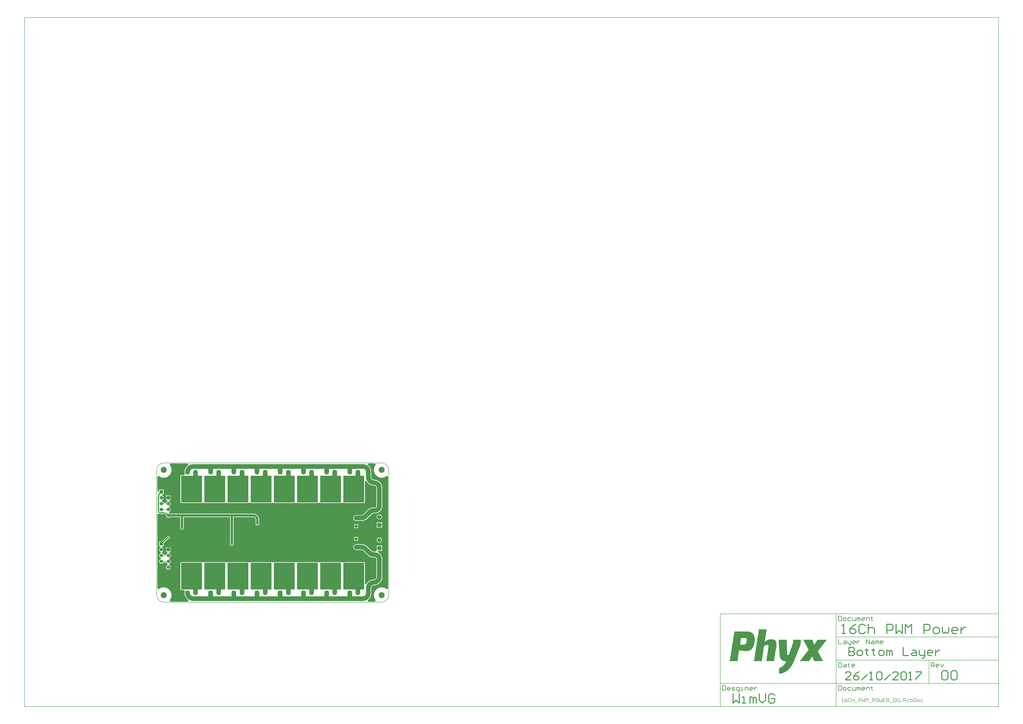
<source format=gbl>
G04 Layer_Physical_Order=2*
G04 Layer_Color=33789*
%FSLAX25Y25*%
%MOIN*%
G70*
G01*
G75*
%ADD10C,0.07874*%
%ADD11C,0.00787*%
%ADD13C,0.01575*%
%ADD14C,0.01968*%
%ADD22R,0.35433X0.45276*%
%ADD23C,0.00984*%
%ADD24C,0.10236*%
%ADD25R,0.07087X0.07087*%
%ADD26C,0.07087*%
%ADD27R,0.04921X0.04921*%
G04:AMPARAMS|DCode=28|XSize=49.21mil|YSize=49.21mil|CornerRadius=12.3mil|HoleSize=0mil|Usage=FLASHONLY|Rotation=270.000|XOffset=0mil|YOffset=0mil|HoleType=Round|Shape=RoundedRectangle|*
%AMROUNDEDRECTD28*
21,1,0.04921,0.02461,0,0,270.0*
21,1,0.02461,0.04921,0,0,270.0*
1,1,0.02461,-0.01230,-0.01230*
1,1,0.02461,-0.01230,0.01230*
1,1,0.02461,0.01230,0.01230*
1,1,0.02461,0.01230,-0.01230*
%
%ADD28ROUNDEDRECTD28*%
%ADD29R,0.07087X0.07087*%
%ADD30R,0.05905X0.05905*%
%ADD31C,0.05905*%
%ADD32C,0.02756*%
%ADD33C,0.03937*%
G36*
X371758Y232855D02*
X371187Y232186D01*
X370102Y230416D01*
X369307Y228498D01*
X368823Y226479D01*
X368660Y224410D01*
X368823Y222340D01*
X369307Y220321D01*
X370102Y218403D01*
X371187Y216633D01*
X372535Y215055D01*
X374113Y213706D01*
X375884Y212622D01*
X377801Y211827D01*
X379820Y211343D01*
X381890Y211180D01*
X383959Y211343D01*
X385978Y211827D01*
X387896Y212622D01*
X389666Y213706D01*
X390335Y214278D01*
X392697Y213189D01*
Y23032D01*
X390335Y21943D01*
X389666Y22514D01*
X387896Y23599D01*
X385978Y24393D01*
X383959Y24878D01*
X381890Y25041D01*
X379820Y24878D01*
X377801Y24393D01*
X375884Y23599D01*
X374113Y22514D01*
X372535Y21166D01*
X371187Y19587D01*
X370102Y17817D01*
X369307Y15899D01*
X368823Y13881D01*
X368660Y11811D01*
X368823Y9741D01*
X369307Y7723D01*
X370102Y5805D01*
X371187Y4035D01*
X371758Y3366D01*
X370669Y1003D01*
X358832D01*
X358166Y3366D01*
X358518Y3581D01*
X360167Y4990D01*
X361576Y6639D01*
X362709Y8489D01*
X363539Y10492D01*
X364017Y12484D01*
X364046Y12601D01*
X364216Y14764D01*
X364216D01*
Y24114D01*
X364201Y24229D01*
X364336Y25257D01*
X364777Y26323D01*
X365479Y27237D01*
X366394Y27939D01*
X366461Y27967D01*
X368602Y28499D01*
Y28499D01*
X370842Y28675D01*
X373026Y29200D01*
X375102Y30059D01*
X377017Y31233D01*
X378725Y32692D01*
X380184Y34400D01*
X381358Y36316D01*
X382218Y38391D01*
X382742Y40576D01*
X382918Y42815D01*
X382916D01*
Y52165D01*
Y65945D01*
Y72835D01*
X382909Y72889D01*
X382756Y74842D01*
X382285Y76801D01*
X381515Y78662D01*
X380462Y80379D01*
X379154Y81910D01*
X377623Y83218D01*
X376113Y84144D01*
X375303Y86171D01*
X375303Y86171D01*
X375303Y86171D01*
D01*
X375470Y87008D01*
X375534Y87008D01*
X375534Y87008D01*
X375534Y87008D01*
X377461D01*
Y91043D01*
X373425D01*
Y87876D01*
X373425D01*
X373073Y87064D01*
X371192Y85903D01*
X370079Y85672D01*
Y85672D01*
X367768Y85796D01*
X366408Y86103D01*
X364754Y87147D01*
X363084Y88818D01*
X357817Y94085D01*
X357819Y94087D01*
X356033Y95613D01*
X354031Y96840D01*
X351861Y97739D01*
X349577Y98287D01*
X347236Y98471D01*
Y98468D01*
X338583D01*
X337298Y98299D01*
X336101Y97803D01*
X335073Y97014D01*
X334284Y95986D01*
X333788Y94789D01*
X333619Y93504D01*
X333788Y92219D01*
X334284Y91022D01*
X335073Y89994D01*
X336101Y89205D01*
X337298Y88709D01*
X338583Y88540D01*
X347236D01*
X347372Y88558D01*
X348549Y88403D01*
X349772Y87897D01*
X350713Y87174D01*
X350797Y87065D01*
X356064Y81798D01*
X357732Y80125D01*
X357732Y80125D01*
X359518Y78600D01*
X361520Y77373D01*
X363690Y76474D01*
X365974Y75925D01*
X367727Y75788D01*
X368315Y75741D01*
X370198Y75697D01*
X372107Y74937D01*
X372149Y74905D01*
X372614Y74299D01*
X372907Y73592D01*
X372998Y72901D01*
X372989Y72835D01*
Y65945D01*
Y52165D01*
Y42815D01*
X373004Y42700D01*
X372869Y41672D01*
X372428Y40606D01*
X371726Y39692D01*
X370811Y38990D01*
X370744Y38962D01*
X368602Y38430D01*
Y38430D01*
X366363Y38254D01*
X364178Y37729D01*
X362103Y36870D01*
X360188Y35696D01*
X358480Y34237D01*
X357021Y32529D01*
X355847Y30613D01*
X355728Y30326D01*
X353366Y30796D01*
Y66929D01*
X353289Y67313D01*
X353072Y67639D01*
X352746Y67856D01*
X352362Y67933D01*
X316929D01*
X316545Y67856D01*
X316219Y67639D01*
X315080Y67477D01*
X314842D01*
X313702Y67639D01*
X313376Y67856D01*
X312992Y67933D01*
X277559D01*
X277175Y67856D01*
X276850Y67639D01*
X275710Y67477D01*
X275471D01*
X274332Y67639D01*
X274006Y67856D01*
X273622Y67933D01*
X238189D01*
X237805Y67856D01*
X237479Y67639D01*
X236339Y67477D01*
X236101D01*
X234962Y67639D01*
X234636Y67856D01*
X234252Y67933D01*
X198819D01*
X198435Y67856D01*
X198109Y67639D01*
X196969Y67477D01*
X196731D01*
X195591Y67639D01*
X195266Y67856D01*
X194882Y67933D01*
X159449D01*
X159065Y67856D01*
X158739Y67639D01*
X157599Y67477D01*
X157361D01*
X156221Y67639D01*
X155896Y67856D01*
X155512Y67933D01*
X120079D01*
X119695Y67856D01*
X119369Y67639D01*
X118229Y67477D01*
X117991D01*
X116851Y67639D01*
X116526Y67856D01*
X116142Y67933D01*
X80709D01*
X80325Y67856D01*
X79999Y67639D01*
X78859Y67477D01*
X78621D01*
X77481Y67639D01*
X77156Y67856D01*
X76772Y67933D01*
X41339D01*
X40955Y67856D01*
X40629Y67639D01*
X40411Y67313D01*
X40335Y66929D01*
Y21654D01*
X40411Y21270D01*
X40629Y20944D01*
X40955Y20726D01*
X41339Y20650D01*
X45431D01*
X47638Y20276D01*
Y17677D01*
X47371Y17033D01*
X47202Y15748D01*
X47199D01*
X47381Y13431D01*
X47638Y12361D01*
Y11220D01*
X47912D01*
X47923Y11172D01*
X48813Y9025D01*
X50027Y7043D01*
X51536Y5276D01*
X53303Y3767D01*
X53958Y3366D01*
X53292Y1003D01*
X23032D01*
X21943Y3366D01*
X22514Y4035D01*
X23599Y5805D01*
X24393Y7723D01*
X24878Y9741D01*
X25041Y11811D01*
X24878Y13881D01*
X24393Y15899D01*
X23599Y17817D01*
X22514Y19587D01*
X21166Y21166D01*
X19587Y22514D01*
X17817Y23599D01*
X15899Y24393D01*
X13881Y24878D01*
X11811Y25041D01*
X9741Y24878D01*
X7723Y24393D01*
X5805Y23599D01*
X4035Y22514D01*
X3366Y21943D01*
X1003Y23032D01*
Y149088D01*
X3366Y150253D01*
X3384Y150239D01*
X4600Y149735D01*
X5906Y149563D01*
Y149568D01*
X11134D01*
X11225Y149586D01*
X12698Y149441D01*
X14203Y148984D01*
X15589Y148243D01*
X15830Y148046D01*
X15714Y147165D01*
X15849Y146138D01*
X16246Y145180D01*
X16877Y144357D01*
X17699Y143726D01*
X18657Y143330D01*
X19685Y143194D01*
X20713Y143330D01*
X21670Y143726D01*
X22271Y144187D01*
X39935D01*
Y141732D01*
Y125985D01*
X40036Y125214D01*
X40334Y124495D01*
X40807Y123879D01*
X41424Y123405D01*
X42142Y123108D01*
X42913Y123006D01*
X43684Y123108D01*
X44402Y123405D01*
X45019Y123879D01*
X45492Y124495D01*
X45790Y125214D01*
X45891Y125985D01*
Y141732D01*
Y144187D01*
X124384D01*
Y137795D01*
Y129921D01*
Y122047D01*
Y114173D01*
Y106299D01*
Y98425D01*
X124485Y97654D01*
X124783Y96936D01*
X125256Y96319D01*
X125873Y95846D01*
X126591Y95548D01*
X127362Y95447D01*
X128133Y95548D01*
X128851Y95846D01*
X129468Y96319D01*
X129941Y96936D01*
X130239Y97654D01*
X130340Y98425D01*
Y106299D01*
Y114173D01*
Y122047D01*
Y129921D01*
Y137795D01*
Y144187D01*
X163819D01*
X163858Y144192D01*
X164875Y144059D01*
X165859Y143651D01*
X166703Y143003D01*
X167352Y142158D01*
X167759Y141174D01*
X167893Y140157D01*
X167888Y140118D01*
Y136614D01*
Y133071D01*
X167989Y132300D01*
X168287Y131582D01*
X168760Y130965D01*
X169377Y130492D01*
X170095Y130194D01*
X170866Y130093D01*
X171637Y130194D01*
X172355Y130492D01*
X172972Y130965D01*
X173445Y131582D01*
X173743Y132300D01*
X173844Y133071D01*
Y136614D01*
Y140118D01*
X173867D01*
X173674Y142078D01*
X173585Y142373D01*
X173102Y143964D01*
X172174Y145701D01*
X170924Y147223D01*
X169402Y148473D01*
X167664Y149402D01*
X166074Y149884D01*
X165779Y149973D01*
X163819Y150166D01*
Y150144D01*
X22271D01*
X21670Y150604D01*
X20713Y151001D01*
Y153330D01*
X21670Y153726D01*
X22493Y154357D01*
X23124Y155180D01*
X23521Y156138D01*
X23656Y157165D01*
X23521Y158193D01*
X23124Y159151D01*
X22493Y159973D01*
X21670Y160604D01*
X20713Y161001D01*
Y163330D01*
X21670Y163726D01*
X22493Y164357D01*
X23124Y165180D01*
X23521Y166138D01*
X23656Y167165D01*
X23521Y168193D01*
X23124Y169151D01*
X22493Y169973D01*
X21670Y170604D01*
X20861Y170940D01*
X20713Y171001D01*
X20896Y171807D01*
X20896D01*
X20896Y171807D01*
X22670Y173228D01*
X23622D01*
Y176673D01*
X19685D01*
X15748D01*
Y173228D01*
X16700D01*
X18474Y171807D01*
X18474Y171807D01*
X18474D01*
X18657Y171001D01*
X18509Y170940D01*
X17699Y170604D01*
X16877Y169973D01*
X16246Y169151D01*
X16006Y168570D01*
X11553D01*
X11313Y169151D01*
X10682Y169973D01*
X9860Y170604D01*
X8902Y171001D01*
Y173330D01*
X9860Y173726D01*
X10682Y174357D01*
X11313Y175180D01*
X11710Y176138D01*
X11780Y176673D01*
X7874D01*
Y177657D01*
X11780D01*
X11710Y178193D01*
X11313Y179151D01*
X10682Y179973D01*
X9860Y180604D01*
X8902Y181001D01*
X9409Y183228D01*
X11811D01*
Y191102D01*
X3937D01*
Y187680D01*
X3366Y187238D01*
X1003Y188397D01*
Y213189D01*
X3366Y214278D01*
X4035Y213706D01*
X5805Y212622D01*
X7723Y211827D01*
X9741Y211343D01*
X11811Y211180D01*
X13881Y211343D01*
X15899Y211827D01*
X17817Y212622D01*
X19587Y213706D01*
X21166Y215055D01*
X22514Y216633D01*
X23599Y218403D01*
X24393Y220321D01*
X24878Y222340D01*
X25041Y224410D01*
X24878Y226479D01*
X24393Y228498D01*
X23599Y230416D01*
X22514Y232186D01*
X21943Y232855D01*
X23032Y235217D01*
X53292D01*
X53958Y232855D01*
X53303Y232453D01*
X51536Y230944D01*
X50027Y229177D01*
X48813Y227196D01*
X47923Y225049D01*
X47381Y222789D01*
X47199Y220472D01*
X47202D01*
X47371Y219188D01*
X47867Y217991D01*
X47911Y217933D01*
X46746Y215570D01*
X41339D01*
X40955Y215494D01*
X40629Y215277D01*
X40411Y214951D01*
X40335Y214567D01*
Y169291D01*
X40411Y168907D01*
X40629Y168582D01*
X40955Y168364D01*
X41339Y168288D01*
X76772D01*
X77156Y168364D01*
X77481Y168582D01*
X78621Y168743D01*
X78859D01*
X79999Y168582D01*
X80325Y168364D01*
X80709Y168288D01*
X116142D01*
X116526Y168364D01*
X116851Y168582D01*
X117991Y168743D01*
X118229D01*
X119369Y168582D01*
X119695Y168364D01*
X120079Y168288D01*
X155512D01*
X155896Y168364D01*
X156221Y168582D01*
X157361Y168743D01*
X157599D01*
X158739Y168582D01*
X159065Y168364D01*
X159449Y168288D01*
X194882D01*
X195266Y168364D01*
X195591Y168582D01*
X196731Y168743D01*
X196969D01*
X198109Y168582D01*
X198435Y168364D01*
X198819Y168288D01*
X234252D01*
X234636Y168364D01*
X234962Y168582D01*
X236101Y168743D01*
X236339D01*
X237479Y168582D01*
X237805Y168364D01*
X238189Y168288D01*
X273622D01*
X274006Y168364D01*
X274332Y168582D01*
X275471Y168743D01*
X275710D01*
X276850Y168582D01*
X277175Y168364D01*
X277559Y168288D01*
X312992D01*
X313376Y168364D01*
X313702Y168582D01*
X314842Y168743D01*
X315080D01*
X316219Y168582D01*
X316545Y168364D01*
X316929Y168288D01*
X352362D01*
X352746Y168364D01*
X353072Y168582D01*
X353289Y168907D01*
X353366Y169291D01*
Y205424D01*
X355728Y205894D01*
X355847Y205607D01*
X357021Y203692D01*
X358480Y201983D01*
X360188Y200525D01*
X362103Y199351D01*
X364178Y198491D01*
X366363Y197967D01*
X368602Y197791D01*
X368602Y197791D01*
X370744Y197258D01*
X370811Y197231D01*
X371726Y196529D01*
X372428Y195614D01*
X372869Y194549D01*
X373004Y193520D01*
X372989Y193405D01*
Y184055D01*
Y170276D01*
Y163386D01*
X372998Y163319D01*
X372907Y162628D01*
X372614Y161922D01*
X372149Y161316D01*
X371543Y160850D01*
X370836Y160558D01*
X370655Y160534D01*
X368315Y160479D01*
Y160479D01*
X365974Y160295D01*
X363690Y159747D01*
X361520Y158848D01*
X359518Y157621D01*
X357732Y156095D01*
X357732Y156095D01*
X356064Y154422D01*
X350797Y149155D01*
X350713Y149046D01*
X349772Y148324D01*
X348549Y147817D01*
X347372Y147662D01*
X347236Y147680D01*
X338583D01*
X337298Y147511D01*
X336101Y147015D01*
X335073Y146226D01*
X334284Y145198D01*
X333788Y144001D01*
X333619Y142717D01*
X333788Y141432D01*
X334284Y140235D01*
X335073Y139207D01*
X336101Y138418D01*
X337298Y137922D01*
X338583Y137753D01*
X347236D01*
Y137749D01*
X349577Y137933D01*
X351861Y138482D01*
X354031Y139381D01*
X356033Y140608D01*
X357819Y142133D01*
X357817Y142136D01*
X364754Y149073D01*
X364754Y149073D01*
Y149073D01*
X366627Y150255D01*
X367003Y150411D01*
X368179Y150566D01*
X368315Y150548D01*
X370079D01*
X370133Y150555D01*
X372087Y150709D01*
X374045Y151179D01*
X375906Y151950D01*
X377623Y153002D01*
X379154Y154310D01*
X380462Y155842D01*
X381515Y157559D01*
X382285Y159420D01*
X382756Y161378D01*
X382909Y163331D01*
X382916Y163386D01*
Y170276D01*
Y184055D01*
Y193405D01*
X382918D01*
X382742Y195645D01*
X382218Y197829D01*
X381358Y199905D01*
X380184Y201820D01*
X378725Y203528D01*
X377017Y204987D01*
X375102Y206161D01*
X373026Y207021D01*
X370842Y207545D01*
X368602Y207721D01*
X368602Y207721D01*
X366461Y208254D01*
X366394Y208281D01*
X365479Y208983D01*
X364777Y209898D01*
X364336Y210963D01*
X364201Y211991D01*
X364216Y212106D01*
Y221457D01*
X364216D01*
X364046Y223619D01*
X364017Y223737D01*
X363539Y225728D01*
X362709Y227732D01*
X361576Y229581D01*
X360167Y231230D01*
X358518Y232639D01*
X358166Y232855D01*
X358832Y235217D01*
X370669D01*
X371758Y232855D01*
D02*
G37*
G36*
X1137613Y-64032D02*
X1137326D01*
Y-64318D01*
X1137040D01*
Y-64605D01*
Y-64891D01*
X1136754D01*
Y-65177D01*
X1136467D01*
Y-65464D01*
X1136181D01*
Y-65750D01*
Y-66036D01*
X1135895D01*
Y-66322D01*
X1135608D01*
Y-66609D01*
X1135322D01*
Y-66895D01*
X1135036D01*
Y-67181D01*
Y-67468D01*
X1134750D01*
Y-67754D01*
X1134463D01*
Y-68040D01*
X1134177D01*
Y-68327D01*
Y-68613D01*
X1133891D01*
Y-68899D01*
X1133604D01*
Y-69186D01*
X1133318D01*
Y-69472D01*
X1133032D01*
Y-69758D01*
Y-70044D01*
X1132745D01*
Y-70331D01*
X1132459D01*
Y-70617D01*
X1132173D01*
Y-70903D01*
Y-71190D01*
X1131886D01*
Y-71476D01*
X1131600D01*
Y-71762D01*
X1131314D01*
Y-72049D01*
Y-72335D01*
X1131028D01*
Y-72621D01*
X1130741D01*
Y-72908D01*
X1130455D01*
Y-73194D01*
X1130169D01*
Y-73480D01*
Y-73767D01*
X1129882D01*
Y-74053D01*
X1129596D01*
Y-74339D01*
X1129310D01*
Y-74625D01*
Y-74912D01*
X1129023D01*
Y-75198D01*
X1128737D01*
Y-75485D01*
X1128451D01*
Y-75771D01*
Y-76057D01*
X1128164D01*
Y-76343D01*
X1127878D01*
Y-76630D01*
X1127592D01*
Y-76916D01*
X1127306D01*
Y-77202D01*
Y-77489D01*
X1127019D01*
Y-77775D01*
X1126733D01*
Y-78061D01*
X1126447D01*
Y-78348D01*
Y-78634D01*
X1126160D01*
Y-78920D01*
X1125874D01*
Y-79207D01*
X1125588D01*
Y-79493D01*
Y-79779D01*
X1125301D01*
Y-80066D01*
X1125015D01*
Y-80352D01*
X1124729D01*
Y-80638D01*
X1124442D01*
Y-80924D01*
Y-81211D01*
X1124156D01*
Y-81497D01*
X1123870D01*
Y-81783D01*
X1123583D01*
Y-82070D01*
Y-82356D01*
X1123297D01*
Y-82642D01*
X1123011D01*
Y-82929D01*
X1122725D01*
Y-83215D01*
X1122438D01*
Y-83501D01*
Y-83788D01*
X1122725D01*
Y-84074D01*
Y-84360D01*
X1123011D01*
Y-84646D01*
Y-84933D01*
X1123297D01*
Y-85219D01*
X1123583D01*
Y-85505D01*
Y-85792D01*
X1123870D01*
Y-86078D01*
Y-86364D01*
X1124156D01*
Y-86651D01*
Y-86937D01*
X1124442D01*
Y-87223D01*
Y-87510D01*
X1124729D01*
Y-87796D01*
Y-88082D01*
X1125015D01*
Y-88369D01*
Y-88655D01*
X1125301D01*
Y-88941D01*
Y-89227D01*
X1125588D01*
Y-89514D01*
Y-89800D01*
X1125874D01*
Y-90086D01*
X1126160D01*
Y-90373D01*
Y-90659D01*
X1126447D01*
Y-90945D01*
Y-91232D01*
X1126733D01*
Y-91518D01*
Y-91804D01*
X1127019D01*
Y-92091D01*
Y-92377D01*
X1127306D01*
Y-92663D01*
Y-92950D01*
X1127592D01*
Y-93236D01*
Y-93522D01*
X1127878D01*
Y-93809D01*
Y-94095D01*
X1128164D01*
Y-94381D01*
X1128451D01*
Y-94667D01*
Y-94954D01*
X1128737D01*
Y-95240D01*
Y-95526D01*
X1129023D01*
Y-95813D01*
Y-96099D01*
X1129310D01*
Y-96385D01*
Y-96672D01*
X1129596D01*
Y-96958D01*
Y-97244D01*
X1129882D01*
Y-97531D01*
Y-97817D01*
X1130169D01*
Y-98103D01*
Y-98390D01*
X1130455D01*
Y-98676D01*
X1130741D01*
Y-98962D01*
Y-99248D01*
X1131028D01*
Y-99535D01*
Y-99821D01*
X1131314D01*
Y-100107D01*
X1116139D01*
Y-99821D01*
X1115853D01*
Y-99535D01*
Y-99248D01*
Y-98962D01*
X1115567D01*
Y-98676D01*
Y-98390D01*
Y-98103D01*
X1115280D01*
Y-97817D01*
Y-97531D01*
X1114994D01*
Y-97244D01*
Y-96958D01*
Y-96672D01*
X1114708D01*
Y-96385D01*
Y-96099D01*
Y-95813D01*
X1114421D01*
Y-95526D01*
Y-95240D01*
X1114135D01*
Y-94954D01*
Y-94667D01*
Y-94381D01*
X1113849D01*
Y-94095D01*
Y-93809D01*
Y-93522D01*
X1113562D01*
Y-93236D01*
Y-92950D01*
Y-92663D01*
X1113276D01*
Y-92377D01*
X1112704D01*
Y-92663D01*
Y-92950D01*
X1112417D01*
Y-93236D01*
X1112131D01*
Y-93522D01*
Y-93809D01*
X1111845D01*
Y-94095D01*
X1111558D01*
Y-94381D01*
Y-94667D01*
X1111272D01*
Y-94954D01*
X1110986D01*
Y-95240D01*
Y-95526D01*
X1110699D01*
Y-95813D01*
X1110413D01*
Y-96099D01*
X1110127D01*
Y-96385D01*
Y-96672D01*
X1109840D01*
Y-96958D01*
X1109554D01*
Y-97244D01*
Y-97531D01*
X1109268D01*
Y-97817D01*
X1108981D01*
Y-98103D01*
Y-98390D01*
X1108695D01*
Y-98676D01*
X1108409D01*
Y-98962D01*
Y-99248D01*
X1108123D01*
Y-99535D01*
X1107836D01*
Y-99821D01*
Y-100107D01*
X1091803D01*
Y-99821D01*
X1092089D01*
Y-99535D01*
X1092375D01*
Y-99248D01*
X1092662D01*
Y-98962D01*
X1092948D01*
Y-98676D01*
Y-98390D01*
X1093234D01*
Y-98103D01*
X1093521D01*
Y-97817D01*
X1093807D01*
Y-97531D01*
X1094093D01*
Y-97244D01*
Y-96958D01*
X1094380D01*
Y-96672D01*
X1094666D01*
Y-96385D01*
X1094952D01*
Y-96099D01*
Y-95813D01*
X1095238D01*
Y-95526D01*
X1095525D01*
Y-95240D01*
X1095811D01*
Y-94954D01*
X1096097D01*
Y-94667D01*
Y-94381D01*
X1096384D01*
Y-94095D01*
X1096670D01*
Y-93809D01*
X1096956D01*
Y-93522D01*
X1097243D01*
Y-93236D01*
Y-92950D01*
X1097529D01*
Y-92663D01*
X1097815D01*
Y-92377D01*
X1098102D01*
Y-92091D01*
Y-91804D01*
X1098388D01*
Y-91518D01*
X1098674D01*
Y-91232D01*
X1098960D01*
Y-90945D01*
X1099247D01*
Y-90659D01*
Y-90373D01*
X1099533D01*
Y-90086D01*
X1099819D01*
Y-89800D01*
X1100106D01*
Y-89514D01*
Y-89227D01*
X1100392D01*
Y-88941D01*
X1100678D01*
Y-88655D01*
X1100965D01*
Y-88369D01*
X1101251D01*
Y-88082D01*
Y-87796D01*
X1101537D01*
Y-87510D01*
X1101824D01*
Y-87223D01*
X1102110D01*
Y-86937D01*
Y-86651D01*
X1102396D01*
Y-86364D01*
X1102683D01*
Y-86078D01*
X1102969D01*
Y-85792D01*
X1103255D01*
Y-85505D01*
Y-85219D01*
X1103541D01*
Y-84933D01*
X1103828D01*
Y-84646D01*
X1104114D01*
Y-84360D01*
X1104400D01*
Y-84074D01*
Y-83788D01*
X1104687D01*
Y-83501D01*
X1104973D01*
Y-83215D01*
X1105259D01*
Y-82929D01*
Y-82642D01*
X1105546D01*
Y-82356D01*
X1105832D01*
Y-82070D01*
X1106118D01*
Y-81783D01*
X1106405D01*
Y-81497D01*
Y-81211D01*
X1106691D01*
Y-80924D01*
Y-80638D01*
Y-80352D01*
X1106405D01*
Y-80066D01*
X1106118D01*
Y-79779D01*
Y-79493D01*
X1105832D01*
Y-79207D01*
Y-78920D01*
X1105546D01*
Y-78634D01*
Y-78348D01*
X1105259D01*
Y-78061D01*
Y-77775D01*
X1104973D01*
Y-77489D01*
Y-77202D01*
X1104687D01*
Y-76916D01*
Y-76630D01*
X1104400D01*
Y-76343D01*
X1104114D01*
Y-76057D01*
Y-75771D01*
X1103828D01*
Y-75485D01*
Y-75198D01*
X1103541D01*
Y-74912D01*
Y-74625D01*
X1103255D01*
Y-74339D01*
Y-74053D01*
X1102969D01*
Y-73767D01*
Y-73480D01*
X1102683D01*
Y-73194D01*
Y-72908D01*
X1102396D01*
Y-72621D01*
X1102110D01*
Y-72335D01*
Y-72049D01*
X1101824D01*
Y-71762D01*
Y-71476D01*
X1101537D01*
Y-71190D01*
Y-70903D01*
X1101251D01*
Y-70617D01*
Y-70331D01*
X1100965D01*
Y-70044D01*
Y-69758D01*
X1100678D01*
Y-69472D01*
Y-69186D01*
X1100392D01*
Y-68899D01*
Y-68613D01*
X1100106D01*
Y-68327D01*
X1099819D01*
Y-68040D01*
Y-67754D01*
X1099533D01*
Y-67468D01*
Y-67181D01*
X1099247D01*
Y-66895D01*
Y-66609D01*
X1098960D01*
Y-66322D01*
Y-66036D01*
X1098674D01*
Y-65750D01*
Y-65464D01*
X1098388D01*
Y-65177D01*
Y-64891D01*
X1098102D01*
Y-64605D01*
X1097815D01*
Y-64318D01*
Y-64032D01*
X1097529D01*
Y-63746D01*
X1113276D01*
Y-64032D01*
X1113562D01*
Y-64318D01*
Y-64605D01*
Y-64891D01*
X1113849D01*
Y-65177D01*
Y-65464D01*
Y-65750D01*
X1114135D01*
Y-66036D01*
Y-66322D01*
Y-66609D01*
X1114421D01*
Y-66895D01*
Y-67181D01*
Y-67468D01*
X1114708D01*
Y-67754D01*
Y-68040D01*
Y-68327D01*
X1114994D01*
Y-68613D01*
Y-68899D01*
Y-69186D01*
X1115280D01*
Y-69472D01*
Y-69758D01*
Y-70044D01*
X1115567D01*
Y-70331D01*
Y-70617D01*
Y-70903D01*
X1115853D01*
Y-71190D01*
Y-71476D01*
Y-71762D01*
Y-72049D01*
X1116426D01*
Y-71762D01*
X1116712D01*
Y-71476D01*
X1116998D01*
Y-71190D01*
Y-70903D01*
X1117284D01*
Y-70617D01*
X1117571D01*
Y-70331D01*
Y-70044D01*
X1117857D01*
Y-69758D01*
X1118143D01*
Y-69472D01*
Y-69186D01*
X1118430D01*
Y-68899D01*
X1118716D01*
Y-68613D01*
Y-68327D01*
X1119002D01*
Y-68040D01*
X1119289D01*
Y-67754D01*
Y-67468D01*
X1119575D01*
Y-67181D01*
X1119861D01*
Y-66895D01*
Y-66609D01*
X1120148D01*
Y-66322D01*
X1120434D01*
Y-66036D01*
Y-65750D01*
X1120720D01*
Y-65464D01*
X1121007D01*
Y-65177D01*
Y-64891D01*
X1121293D01*
Y-64605D01*
X1121579D01*
Y-64318D01*
Y-64032D01*
X1121865D01*
Y-63746D01*
X1137613D01*
Y-64032D01*
D02*
G37*
G36*
X1004477Y-50003D02*
X1006195D01*
Y-50289D01*
X1007054D01*
Y-50575D01*
X1007913D01*
Y-50862D01*
X1008772D01*
Y-51148D01*
X1009345D01*
Y-51434D01*
X1009631D01*
Y-51720D01*
X1010203D01*
Y-52007D01*
X1010490D01*
Y-52293D01*
X1011062D01*
Y-52579D01*
X1011349D01*
Y-52866D01*
X1011635D01*
Y-53152D01*
X1011921D01*
Y-53438D01*
X1012208D01*
Y-53725D01*
X1012494D01*
Y-54011D01*
X1012780D01*
Y-54297D01*
Y-54584D01*
X1013067D01*
Y-54870D01*
X1013353D01*
Y-55156D01*
Y-55443D01*
X1013639D01*
Y-55729D01*
X1013926D01*
Y-56015D01*
Y-56301D01*
X1014212D01*
Y-56588D01*
Y-56874D01*
Y-57161D01*
X1014498D01*
Y-57447D01*
Y-57733D01*
Y-58019D01*
X1014785D01*
Y-58306D01*
Y-58592D01*
Y-58878D01*
Y-59165D01*
X1015071D01*
Y-59451D01*
Y-59737D01*
Y-60024D01*
Y-60310D01*
Y-60596D01*
X1015357D01*
Y-60883D01*
Y-61169D01*
Y-61455D01*
Y-61742D01*
Y-62028D01*
Y-62314D01*
Y-62600D01*
Y-62887D01*
Y-63173D01*
Y-63459D01*
Y-63746D01*
Y-64032D01*
Y-64318D01*
Y-64605D01*
Y-64891D01*
Y-65177D01*
Y-65464D01*
Y-65750D01*
Y-66036D01*
Y-66322D01*
X1015071D01*
Y-66609D01*
Y-66895D01*
Y-67181D01*
Y-67468D01*
Y-67754D01*
Y-68040D01*
Y-68327D01*
X1014785D01*
Y-68613D01*
Y-68899D01*
Y-69186D01*
Y-69472D01*
Y-69758D01*
X1014498D01*
Y-70044D01*
Y-70331D01*
Y-70617D01*
Y-70903D01*
Y-71190D01*
X1014212D01*
Y-71476D01*
Y-71762D01*
Y-72049D01*
X1013926D01*
Y-72335D01*
Y-72621D01*
Y-72908D01*
Y-73194D01*
X1013639D01*
Y-73480D01*
Y-73767D01*
Y-74053D01*
X1013353D01*
Y-74339D01*
Y-74625D01*
X1013067D01*
Y-74912D01*
Y-75198D01*
Y-75485D01*
X1012780D01*
Y-75771D01*
Y-76057D01*
X1012494D01*
Y-76343D01*
Y-76630D01*
X1012208D01*
Y-76916D01*
Y-77202D01*
X1011921D01*
Y-77489D01*
X1011635D01*
Y-77775D01*
Y-78061D01*
X1011349D01*
Y-78348D01*
X1011062D01*
Y-78634D01*
X1010776D01*
Y-78920D01*
Y-79207D01*
X1010490D01*
Y-79493D01*
X1010203D01*
Y-79779D01*
X1009917D01*
Y-80066D01*
X1009631D01*
Y-80352D01*
X1009345D01*
Y-80638D01*
X1008772D01*
Y-80924D01*
X1008486D01*
Y-81211D01*
X1007913D01*
Y-81497D01*
X1007627D01*
Y-81783D01*
X1007054D01*
Y-82070D01*
X1006195D01*
Y-82356D01*
X1005336D01*
Y-82642D01*
X1004477D01*
Y-82929D01*
X1002759D01*
Y-83215D01*
X997606D01*
Y-82929D01*
X995029D01*
Y-82642D01*
X993025D01*
Y-82356D01*
X991593D01*
Y-82070D01*
X990162D01*
Y-81783D01*
X988730D01*
Y-82070D01*
Y-82356D01*
Y-82642D01*
Y-82929D01*
Y-83215D01*
Y-83501D01*
Y-83788D01*
X988444D01*
Y-84074D01*
Y-84360D01*
Y-84646D01*
Y-84933D01*
Y-85219D01*
Y-85505D01*
X988157D01*
Y-85792D01*
Y-86078D01*
Y-86364D01*
Y-86651D01*
Y-86937D01*
Y-87223D01*
X987871D01*
Y-87510D01*
Y-87796D01*
Y-88082D01*
Y-88369D01*
Y-88655D01*
Y-88941D01*
Y-89227D01*
X987585D01*
Y-89514D01*
Y-89800D01*
Y-90086D01*
Y-90373D01*
Y-90659D01*
Y-90945D01*
X987298D01*
Y-91232D01*
Y-91518D01*
Y-91804D01*
Y-92091D01*
Y-92377D01*
Y-92663D01*
X987012D01*
Y-92950D01*
Y-93236D01*
Y-93522D01*
Y-93809D01*
Y-94095D01*
Y-94381D01*
Y-94667D01*
X986726D01*
Y-94954D01*
Y-95240D01*
Y-95526D01*
Y-95813D01*
Y-96099D01*
Y-96385D01*
X986440D01*
Y-96672D01*
Y-96958D01*
Y-97244D01*
Y-97531D01*
Y-97817D01*
Y-98103D01*
X986153D01*
Y-98390D01*
Y-98676D01*
Y-98962D01*
Y-99248D01*
Y-99535D01*
Y-99821D01*
Y-100107D01*
X972696D01*
Y-99821D01*
X972983D01*
Y-99535D01*
Y-99248D01*
Y-98962D01*
Y-98676D01*
Y-98390D01*
X973269D01*
Y-98103D01*
Y-97817D01*
Y-97531D01*
Y-97244D01*
Y-96958D01*
Y-96672D01*
Y-96385D01*
X973555D01*
Y-96099D01*
Y-95813D01*
Y-95526D01*
Y-95240D01*
Y-94954D01*
Y-94667D01*
X973842D01*
Y-94381D01*
Y-94095D01*
Y-93809D01*
Y-93522D01*
Y-93236D01*
Y-92950D01*
X974128D01*
Y-92663D01*
Y-92377D01*
Y-92091D01*
Y-91804D01*
Y-91518D01*
Y-91232D01*
Y-90945D01*
X974414D01*
Y-90659D01*
Y-90373D01*
Y-90086D01*
Y-89800D01*
Y-89514D01*
Y-89227D01*
X974701D01*
Y-88941D01*
Y-88655D01*
Y-88369D01*
Y-88082D01*
Y-87796D01*
Y-87510D01*
X974987D01*
Y-87223D01*
Y-86937D01*
Y-86651D01*
Y-86364D01*
Y-86078D01*
Y-85792D01*
X975273D01*
Y-85505D01*
Y-85219D01*
Y-84933D01*
Y-84646D01*
Y-84360D01*
Y-84074D01*
Y-83788D01*
X975560D01*
Y-83501D01*
Y-83215D01*
Y-82929D01*
Y-82642D01*
Y-82356D01*
Y-82070D01*
X975846D01*
Y-81783D01*
Y-81497D01*
Y-81211D01*
Y-80924D01*
Y-80638D01*
Y-80352D01*
X976132D01*
Y-80066D01*
Y-79779D01*
Y-79493D01*
Y-79207D01*
Y-78920D01*
Y-78634D01*
X976419D01*
Y-78348D01*
Y-78061D01*
Y-77775D01*
Y-77489D01*
Y-77202D01*
Y-76916D01*
Y-76630D01*
X976705D01*
Y-76343D01*
Y-76057D01*
Y-75771D01*
Y-75485D01*
Y-75198D01*
Y-74912D01*
X976991D01*
Y-74625D01*
Y-74339D01*
Y-74053D01*
Y-73767D01*
Y-73480D01*
Y-73194D01*
X977277D01*
Y-72908D01*
Y-72621D01*
Y-72335D01*
Y-72049D01*
Y-71762D01*
Y-71476D01*
Y-71190D01*
X977564D01*
Y-70903D01*
Y-70617D01*
Y-70331D01*
Y-70044D01*
Y-69758D01*
Y-69472D01*
X977850D01*
Y-69186D01*
Y-68899D01*
Y-68613D01*
Y-68327D01*
Y-68040D01*
Y-67754D01*
X978137D01*
Y-67468D01*
Y-67181D01*
Y-66895D01*
Y-66609D01*
Y-66322D01*
Y-66036D01*
X978423D01*
Y-65750D01*
Y-65464D01*
Y-65177D01*
Y-64891D01*
Y-64605D01*
Y-64318D01*
Y-64032D01*
X978709D01*
Y-63746D01*
Y-63459D01*
Y-63173D01*
Y-62887D01*
Y-62600D01*
Y-62314D01*
X978995D01*
Y-62028D01*
Y-61742D01*
Y-61455D01*
Y-61169D01*
Y-60883D01*
Y-60596D01*
X979282D01*
Y-60310D01*
Y-60024D01*
Y-59737D01*
Y-59451D01*
Y-59165D01*
Y-58878D01*
Y-58592D01*
X979568D01*
Y-58306D01*
Y-58019D01*
Y-57733D01*
Y-57447D01*
Y-57161D01*
Y-56874D01*
X979854D01*
Y-56588D01*
Y-56301D01*
Y-56015D01*
Y-55729D01*
Y-55443D01*
Y-55156D01*
X980141D01*
Y-54870D01*
Y-54584D01*
Y-54297D01*
Y-54011D01*
Y-53725D01*
Y-53438D01*
Y-53152D01*
X980427D01*
Y-52866D01*
Y-52579D01*
Y-52293D01*
Y-52007D01*
Y-51720D01*
Y-51434D01*
X980713D01*
Y-51148D01*
Y-50862D01*
Y-50575D01*
Y-50289D01*
Y-50003D01*
Y-49716D01*
X1004477D01*
Y-50003D01*
D02*
G37*
G36*
X1093521Y-64032D02*
Y-64318D01*
Y-64605D01*
Y-64891D01*
Y-65177D01*
Y-65464D01*
Y-65750D01*
Y-66036D01*
Y-66322D01*
Y-66609D01*
Y-66895D01*
Y-67181D01*
Y-67468D01*
Y-67754D01*
Y-68040D01*
Y-68327D01*
Y-68613D01*
Y-68899D01*
Y-69186D01*
Y-69472D01*
Y-69758D01*
X1093234D01*
Y-70044D01*
Y-70331D01*
Y-70617D01*
Y-70903D01*
Y-71190D01*
X1092948D01*
Y-71476D01*
Y-71762D01*
Y-72049D01*
Y-72335D01*
X1092662D01*
Y-72621D01*
Y-72908D01*
Y-73194D01*
Y-73480D01*
X1092375D01*
Y-73767D01*
Y-74053D01*
Y-74339D01*
X1092089D01*
Y-74625D01*
Y-74912D01*
Y-75198D01*
X1091803D01*
Y-75485D01*
Y-75771D01*
Y-76057D01*
X1091516D01*
Y-76343D01*
Y-76630D01*
Y-76916D01*
X1091230D01*
Y-77202D01*
Y-77489D01*
X1090944D01*
Y-77775D01*
Y-78061D01*
X1090657D01*
Y-78348D01*
Y-78634D01*
Y-78920D01*
X1090371D01*
Y-79207D01*
Y-79493D01*
X1090085D01*
Y-79779D01*
Y-80066D01*
Y-80352D01*
X1089799D01*
Y-80638D01*
Y-80924D01*
X1089512D01*
Y-81211D01*
Y-81497D01*
Y-81783D01*
X1089226D01*
Y-82070D01*
Y-82356D01*
X1088939D01*
Y-82642D01*
Y-82929D01*
Y-83215D01*
X1088653D01*
Y-83501D01*
Y-83788D01*
X1088367D01*
Y-84074D01*
Y-84360D01*
Y-84646D01*
X1088081D01*
Y-84933D01*
Y-85219D01*
X1087794D01*
Y-85505D01*
Y-85792D01*
Y-86078D01*
X1087508D01*
Y-86364D01*
Y-86651D01*
X1087222D01*
Y-86937D01*
Y-87223D01*
Y-87510D01*
X1086935D01*
Y-87796D01*
Y-88082D01*
X1086649D01*
Y-88369D01*
Y-88655D01*
Y-88941D01*
X1086363D01*
Y-89227D01*
Y-89514D01*
X1086076D01*
Y-89800D01*
Y-90086D01*
Y-90373D01*
X1085790D01*
Y-90659D01*
Y-90945D01*
X1085504D01*
Y-91232D01*
Y-91518D01*
Y-91804D01*
X1085217D01*
Y-92091D01*
Y-92377D01*
X1084931D01*
Y-92663D01*
Y-92950D01*
Y-93236D01*
X1084645D01*
Y-93522D01*
Y-93809D01*
X1084359D01*
Y-94095D01*
Y-94381D01*
Y-94667D01*
X1084072D01*
Y-94954D01*
Y-95240D01*
X1083786D01*
Y-95526D01*
Y-95813D01*
Y-96099D01*
X1083500D01*
Y-96385D01*
Y-96672D01*
X1083213D01*
Y-96958D01*
Y-97244D01*
Y-97531D01*
X1082927D01*
Y-97817D01*
Y-98103D01*
X1082641D01*
Y-98390D01*
Y-98676D01*
Y-98962D01*
X1082354D01*
Y-99248D01*
Y-99535D01*
X1082068D01*
Y-99821D01*
Y-100107D01*
Y-100394D01*
X1081782D01*
Y-100680D01*
Y-100966D01*
X1081495D01*
Y-101253D01*
Y-101539D01*
X1081209D01*
Y-101825D01*
Y-102112D01*
X1080923D01*
Y-102398D01*
Y-102684D01*
Y-102971D01*
X1080637D01*
Y-103257D01*
X1080350D01*
Y-103543D01*
Y-103829D01*
Y-104116D01*
X1080064D01*
Y-104402D01*
X1079778D01*
Y-104688D01*
Y-104975D01*
X1079491D01*
Y-105261D01*
Y-105547D01*
X1079205D01*
Y-105834D01*
Y-106120D01*
X1078919D01*
Y-106406D01*
Y-106693D01*
X1078632D01*
Y-106979D01*
X1078346D01*
Y-107265D01*
Y-107552D01*
X1078060D01*
Y-107838D01*
Y-108124D01*
X1077773D01*
Y-108410D01*
X1077487D01*
Y-108697D01*
X1077201D01*
Y-108983D01*
Y-109269D01*
X1076914D01*
Y-109556D01*
X1076628D01*
Y-109842D01*
Y-110128D01*
X1076342D01*
Y-110415D01*
X1076056D01*
Y-110701D01*
X1075769D01*
Y-110987D01*
Y-111274D01*
X1075483D01*
Y-111560D01*
X1075196D01*
Y-111846D01*
X1074910D01*
Y-112133D01*
X1074624D01*
Y-112419D01*
X1074338D01*
Y-112705D01*
Y-112991D01*
X1074051D01*
Y-113278D01*
X1073765D01*
Y-113564D01*
X1073479D01*
Y-113850D01*
X1073192D01*
Y-114137D01*
X1072906D01*
Y-114423D01*
X1072620D01*
Y-114709D01*
X1072333D01*
Y-114996D01*
X1071761D01*
Y-115282D01*
X1071474D01*
Y-115568D01*
X1071188D01*
Y-115855D01*
X1070902D01*
Y-116141D01*
X1070615D01*
Y-116427D01*
X1070043D01*
Y-116714D01*
X1069757D01*
Y-117000D01*
X1069184D01*
Y-117286D01*
X1068898D01*
Y-117572D01*
X1068325D01*
Y-117859D01*
X1068039D01*
Y-118145D01*
X1067466D01*
Y-118431D01*
X1066893D01*
Y-118718D01*
X1066321D01*
Y-119004D01*
X1065748D01*
Y-119290D01*
X1065176D01*
Y-119577D01*
X1064317D01*
Y-119863D01*
X1063744D01*
Y-120149D01*
X1062885D01*
Y-120436D01*
X1061740D01*
Y-120722D01*
X1060595D01*
Y-121008D01*
X1058877D01*
Y-121294D01*
X1056872D01*
Y-121581D01*
X1056586D01*
Y-121294D01*
Y-121008D01*
Y-120722D01*
Y-120436D01*
Y-120149D01*
Y-119863D01*
Y-119577D01*
Y-119290D01*
Y-119004D01*
Y-118718D01*
Y-118431D01*
Y-118145D01*
Y-117859D01*
Y-117572D01*
Y-117286D01*
Y-117000D01*
Y-116714D01*
Y-116427D01*
Y-116141D01*
Y-115855D01*
Y-115568D01*
Y-115282D01*
Y-114996D01*
Y-114709D01*
Y-114423D01*
Y-114137D01*
Y-113850D01*
Y-113564D01*
Y-113278D01*
Y-112991D01*
Y-112705D01*
Y-112419D01*
Y-112133D01*
X1057159D01*
Y-111846D01*
X1057731D01*
Y-111560D01*
X1058304D01*
Y-111274D01*
X1058877D01*
Y-110987D01*
X1059449D01*
Y-110701D01*
X1060022D01*
Y-110415D01*
X1060308D01*
Y-110128D01*
X1060881D01*
Y-109842D01*
X1061167D01*
Y-109556D01*
X1061740D01*
Y-109269D01*
X1062026D01*
Y-108983D01*
X1062312D01*
Y-108697D01*
X1062885D01*
Y-108410D01*
X1063171D01*
Y-108124D01*
X1063458D01*
Y-107838D01*
X1063744D01*
Y-107552D01*
X1064030D01*
Y-107265D01*
X1064317D01*
Y-106979D01*
X1064603D01*
Y-106693D01*
X1064889D01*
Y-106406D01*
X1065176D01*
Y-106120D01*
X1065462D01*
Y-105834D01*
X1065748D01*
Y-105547D01*
X1066035D01*
Y-105261D01*
Y-104975D01*
X1066321D01*
Y-104688D01*
X1066607D01*
Y-104402D01*
X1066893D01*
Y-104116D01*
Y-103829D01*
X1067180D01*
Y-103543D01*
X1067466D01*
Y-103257D01*
Y-102971D01*
X1067752D01*
Y-102684D01*
Y-102398D01*
X1068039D01*
Y-102112D01*
X1068325D01*
Y-101825D01*
Y-101539D01*
X1068611D01*
Y-101253D01*
Y-100966D01*
X1068898D01*
Y-100680D01*
Y-100394D01*
X1067180D01*
Y-100107D01*
X1065176D01*
Y-99821D01*
X1064030D01*
Y-99535D01*
X1063458D01*
Y-99248D01*
X1062599D01*
Y-98962D01*
X1062026D01*
Y-98676D01*
X1061740D01*
Y-98390D01*
X1061167D01*
Y-98103D01*
X1060881D01*
Y-97817D01*
X1060595D01*
Y-97531D01*
X1060308D01*
Y-97244D01*
X1060022D01*
Y-96958D01*
X1059736D01*
Y-96672D01*
Y-96385D01*
X1059449D01*
Y-96099D01*
X1059163D01*
Y-95813D01*
Y-95526D01*
X1058877D01*
Y-95240D01*
Y-94954D01*
X1058590D01*
Y-94667D01*
Y-94381D01*
X1058304D01*
Y-94095D01*
Y-93809D01*
Y-93522D01*
X1058018D01*
Y-93236D01*
Y-92950D01*
Y-92663D01*
Y-92377D01*
X1057731D01*
Y-92091D01*
Y-91804D01*
Y-91518D01*
Y-91232D01*
Y-90945D01*
Y-90659D01*
Y-90373D01*
X1057445D01*
Y-90086D01*
Y-89800D01*
Y-89514D01*
Y-89227D01*
Y-88941D01*
Y-88655D01*
Y-88369D01*
Y-88082D01*
Y-87796D01*
Y-87510D01*
Y-87223D01*
Y-86937D01*
Y-86651D01*
Y-86364D01*
Y-86078D01*
X1057159D01*
Y-85792D01*
Y-85505D01*
Y-85219D01*
Y-84933D01*
Y-84646D01*
Y-84360D01*
Y-84074D01*
Y-83788D01*
Y-83501D01*
Y-83215D01*
Y-82929D01*
Y-82642D01*
Y-82356D01*
Y-82070D01*
Y-81783D01*
X1056872D01*
Y-81497D01*
Y-81211D01*
Y-80924D01*
Y-80638D01*
Y-80352D01*
Y-80066D01*
Y-79779D01*
Y-79493D01*
Y-79207D01*
Y-78920D01*
Y-78634D01*
Y-78348D01*
Y-78061D01*
Y-77775D01*
Y-77489D01*
Y-77202D01*
X1056586D01*
Y-76916D01*
Y-76630D01*
Y-76343D01*
Y-76057D01*
Y-75771D01*
Y-75485D01*
Y-75198D01*
Y-74912D01*
Y-74625D01*
Y-74339D01*
Y-74053D01*
Y-73767D01*
Y-73480D01*
Y-73194D01*
Y-72908D01*
Y-72621D01*
X1056300D01*
Y-72335D01*
Y-72049D01*
Y-71762D01*
Y-71476D01*
Y-71190D01*
Y-70903D01*
Y-70617D01*
Y-70331D01*
Y-70044D01*
Y-69758D01*
Y-69472D01*
Y-69186D01*
Y-68899D01*
Y-68613D01*
X1056014D01*
Y-68327D01*
Y-68040D01*
Y-67754D01*
Y-67468D01*
Y-67181D01*
Y-66895D01*
Y-66609D01*
Y-66322D01*
Y-66036D01*
Y-65750D01*
Y-65464D01*
Y-65177D01*
Y-64891D01*
Y-64605D01*
Y-64318D01*
Y-64032D01*
X1055727D01*
Y-63746D01*
X1069470D01*
Y-64032D01*
Y-64318D01*
Y-64605D01*
Y-64891D01*
Y-65177D01*
Y-65464D01*
Y-65750D01*
Y-66036D01*
Y-66322D01*
Y-66609D01*
Y-66895D01*
Y-67181D01*
Y-67468D01*
Y-67754D01*
X1069757D01*
Y-68040D01*
Y-68327D01*
Y-68613D01*
Y-68899D01*
Y-69186D01*
Y-69472D01*
Y-69758D01*
Y-70044D01*
Y-70331D01*
Y-70617D01*
Y-70903D01*
Y-71190D01*
Y-71476D01*
Y-71762D01*
Y-72049D01*
Y-72335D01*
Y-72621D01*
Y-72908D01*
Y-73194D01*
Y-73480D01*
Y-73767D01*
Y-74053D01*
Y-74339D01*
Y-74625D01*
Y-74912D01*
Y-75198D01*
Y-75485D01*
Y-75771D01*
Y-76057D01*
Y-76343D01*
Y-76630D01*
Y-76916D01*
Y-77202D01*
Y-77489D01*
Y-77775D01*
Y-78061D01*
Y-78348D01*
Y-78634D01*
Y-78920D01*
Y-79207D01*
Y-79493D01*
X1070043D01*
Y-79779D01*
X1069757D01*
Y-80066D01*
Y-80352D01*
X1070043D01*
Y-80638D01*
Y-80924D01*
Y-81211D01*
Y-81497D01*
Y-81783D01*
Y-82070D01*
Y-82356D01*
Y-82642D01*
Y-82929D01*
Y-83215D01*
Y-83501D01*
Y-83788D01*
Y-84074D01*
Y-84360D01*
Y-84646D01*
Y-84933D01*
Y-85219D01*
Y-85505D01*
Y-85792D01*
Y-86078D01*
Y-86364D01*
Y-86651D01*
Y-86937D01*
Y-87223D01*
Y-87510D01*
Y-87796D01*
X1070329D01*
Y-88082D01*
Y-88369D01*
Y-88655D01*
X1070615D01*
Y-88941D01*
X1070902D01*
Y-89227D01*
X1071188D01*
Y-89514D01*
X1072047D01*
Y-89800D01*
X1072906D01*
Y-89514D01*
X1073192D01*
Y-89227D01*
Y-88941D01*
Y-88655D01*
X1073479D01*
Y-88369D01*
Y-88082D01*
X1073765D01*
Y-87796D01*
Y-87510D01*
Y-87223D01*
X1074051D01*
Y-86937D01*
Y-86651D01*
Y-86364D01*
X1074338D01*
Y-86078D01*
Y-85792D01*
Y-85505D01*
X1074624D01*
Y-85219D01*
Y-84933D01*
Y-84646D01*
X1074910D01*
Y-84360D01*
Y-84074D01*
X1075196D01*
Y-83788D01*
Y-83501D01*
Y-83215D01*
X1075483D01*
Y-82929D01*
Y-82642D01*
Y-82356D01*
X1075769D01*
Y-82070D01*
Y-81783D01*
Y-81497D01*
X1076056D01*
Y-81211D01*
Y-80924D01*
X1076342D01*
Y-80638D01*
Y-80352D01*
Y-80066D01*
X1076628D01*
Y-79779D01*
Y-79493D01*
Y-79207D01*
X1076914D01*
Y-78920D01*
Y-78634D01*
Y-78348D01*
X1077201D01*
Y-78061D01*
Y-77775D01*
X1077487D01*
Y-77489D01*
Y-77202D01*
Y-76916D01*
X1077773D01*
Y-76630D01*
Y-76343D01*
Y-76057D01*
X1078060D01*
Y-75771D01*
Y-75485D01*
Y-75198D01*
X1078346D01*
Y-74912D01*
Y-74625D01*
X1078632D01*
Y-74339D01*
Y-74053D01*
Y-73767D01*
X1078919D01*
Y-73480D01*
Y-73194D01*
Y-72908D01*
X1079205D01*
Y-72621D01*
Y-72335D01*
Y-72049D01*
X1079491D01*
Y-71762D01*
Y-71476D01*
Y-71190D01*
Y-70903D01*
X1079778D01*
Y-70617D01*
Y-70331D01*
Y-70044D01*
Y-69758D01*
X1080064D01*
Y-69472D01*
Y-69186D01*
Y-68899D01*
Y-68613D01*
Y-68327D01*
X1080350D01*
Y-68040D01*
Y-67754D01*
Y-67468D01*
Y-67181D01*
Y-66895D01*
Y-66609D01*
X1080637D01*
Y-66322D01*
Y-66036D01*
Y-65750D01*
Y-65464D01*
Y-65177D01*
Y-64891D01*
Y-64605D01*
Y-64318D01*
Y-64032D01*
Y-63746D01*
X1093521D01*
Y-64032D01*
D02*
G37*
G36*
X1035685Y-46567D02*
Y-46853D01*
X1035399D01*
Y-47139D01*
Y-47426D01*
Y-47712D01*
Y-47998D01*
Y-48285D01*
Y-48571D01*
X1035113D01*
Y-48857D01*
Y-49144D01*
Y-49430D01*
Y-49716D01*
Y-50003D01*
Y-50289D01*
X1034826D01*
Y-50575D01*
Y-50862D01*
Y-51148D01*
Y-51434D01*
Y-51720D01*
Y-52007D01*
Y-52293D01*
X1034540D01*
Y-52579D01*
Y-52866D01*
Y-53152D01*
Y-53438D01*
Y-53725D01*
Y-54011D01*
X1034254D01*
Y-54297D01*
Y-54584D01*
Y-54870D01*
Y-55156D01*
Y-55443D01*
Y-55729D01*
X1033967D01*
Y-56015D01*
Y-56301D01*
Y-56588D01*
Y-56874D01*
Y-57161D01*
Y-57447D01*
Y-57733D01*
X1033681D01*
Y-58019D01*
Y-58306D01*
Y-58592D01*
Y-58878D01*
Y-59165D01*
Y-59451D01*
X1033395D01*
Y-59737D01*
Y-60024D01*
Y-60310D01*
Y-60596D01*
Y-60883D01*
Y-61169D01*
X1033109D01*
Y-61455D01*
Y-61742D01*
Y-62028D01*
Y-62314D01*
Y-62600D01*
Y-62887D01*
X1032822D01*
Y-63173D01*
Y-63459D01*
Y-63746D01*
Y-64032D01*
Y-64318D01*
Y-64605D01*
Y-64891D01*
X1032536D01*
Y-65177D01*
Y-65464D01*
Y-65750D01*
Y-66036D01*
Y-66322D01*
Y-66609D01*
X1032250D01*
Y-66895D01*
Y-67181D01*
X1032822D01*
Y-66895D01*
X1033109D01*
Y-66609D01*
X1033395D01*
Y-66322D01*
X1033967D01*
Y-66036D01*
X1034254D01*
Y-65750D01*
X1034540D01*
Y-65464D01*
X1035113D01*
Y-65177D01*
X1035685D01*
Y-64891D01*
X1035972D01*
Y-64605D01*
X1036544D01*
Y-64318D01*
X1037403D01*
Y-64032D01*
X1037976D01*
Y-63746D01*
X1038835D01*
Y-63459D01*
X1040266D01*
Y-63173D01*
X1046565D01*
Y-63459D01*
X1047711D01*
Y-63746D01*
X1048569D01*
Y-64032D01*
X1049142D01*
Y-64318D01*
X1049428D01*
Y-64605D01*
X1050001D01*
Y-64891D01*
X1050287D01*
Y-65177D01*
X1050574D01*
Y-65464D01*
X1050860D01*
Y-65750D01*
X1051146D01*
Y-66036D01*
Y-66322D01*
X1051433D01*
Y-66609D01*
Y-66895D01*
X1051719D01*
Y-67181D01*
Y-67468D01*
Y-67754D01*
X1052005D01*
Y-68040D01*
Y-68327D01*
Y-68613D01*
Y-68899D01*
X1052291D01*
Y-69186D01*
Y-69472D01*
Y-69758D01*
Y-70044D01*
Y-70331D01*
Y-70617D01*
Y-70903D01*
Y-71190D01*
Y-71476D01*
Y-71762D01*
Y-72049D01*
Y-72335D01*
Y-72621D01*
Y-72908D01*
Y-73194D01*
Y-73480D01*
Y-73767D01*
Y-74053D01*
X1052005D01*
Y-74339D01*
Y-74625D01*
Y-74912D01*
Y-75198D01*
Y-75485D01*
Y-75771D01*
Y-76057D01*
X1051719D01*
Y-76343D01*
Y-76630D01*
Y-76916D01*
Y-77202D01*
Y-77489D01*
Y-77775D01*
Y-78061D01*
X1051433D01*
Y-78348D01*
Y-78634D01*
Y-78920D01*
Y-79207D01*
Y-79493D01*
Y-79779D01*
X1051146D01*
Y-80066D01*
Y-80352D01*
Y-80638D01*
Y-80924D01*
Y-81211D01*
Y-81497D01*
X1050860D01*
Y-81783D01*
Y-82070D01*
Y-82356D01*
Y-82642D01*
Y-82929D01*
Y-83215D01*
X1050574D01*
Y-83501D01*
Y-83788D01*
Y-84074D01*
Y-84360D01*
Y-84646D01*
Y-84933D01*
Y-85219D01*
X1050287D01*
Y-85505D01*
Y-85792D01*
Y-86078D01*
Y-86364D01*
Y-86651D01*
Y-86937D01*
X1050001D01*
Y-87223D01*
Y-87510D01*
Y-87796D01*
Y-88082D01*
Y-88369D01*
Y-88655D01*
X1049715D01*
Y-88941D01*
Y-89227D01*
Y-89514D01*
Y-89800D01*
Y-90086D01*
Y-90373D01*
Y-90659D01*
X1049428D01*
Y-90945D01*
Y-91232D01*
Y-91518D01*
Y-91804D01*
Y-92091D01*
Y-92377D01*
X1049142D01*
Y-92663D01*
Y-92950D01*
Y-93236D01*
Y-93522D01*
Y-93809D01*
Y-94095D01*
X1048856D01*
Y-94381D01*
Y-94667D01*
Y-94954D01*
Y-95240D01*
Y-95526D01*
Y-95813D01*
X1048569D01*
Y-96099D01*
Y-96385D01*
Y-96672D01*
Y-96958D01*
Y-97244D01*
Y-97531D01*
Y-97817D01*
X1048283D01*
Y-98103D01*
Y-98390D01*
Y-98676D01*
Y-98962D01*
Y-99248D01*
Y-99535D01*
X1047997D01*
Y-99821D01*
Y-100107D01*
X1034826D01*
Y-99821D01*
Y-99535D01*
X1035113D01*
Y-99248D01*
Y-98962D01*
Y-98676D01*
Y-98390D01*
Y-98103D01*
Y-97817D01*
X1035399D01*
Y-97531D01*
Y-97244D01*
Y-96958D01*
Y-96672D01*
Y-96385D01*
Y-96099D01*
Y-95813D01*
X1035685D01*
Y-95526D01*
Y-95240D01*
Y-94954D01*
Y-94667D01*
Y-94381D01*
Y-94095D01*
X1035972D01*
Y-93809D01*
Y-93522D01*
Y-93236D01*
Y-92950D01*
Y-92663D01*
Y-92377D01*
X1036258D01*
Y-92091D01*
Y-91804D01*
Y-91518D01*
Y-91232D01*
Y-90945D01*
Y-90659D01*
Y-90373D01*
X1036544D01*
Y-90086D01*
Y-89800D01*
Y-89514D01*
Y-89227D01*
Y-88941D01*
Y-88655D01*
X1036831D01*
Y-88369D01*
Y-88082D01*
Y-87796D01*
Y-87510D01*
Y-87223D01*
Y-86937D01*
Y-86651D01*
X1037117D01*
Y-86364D01*
Y-86078D01*
Y-85792D01*
Y-85505D01*
Y-85219D01*
Y-84933D01*
X1037403D01*
Y-84646D01*
Y-84360D01*
Y-84074D01*
Y-83788D01*
Y-83501D01*
Y-83215D01*
X1037689D01*
Y-82929D01*
Y-82642D01*
Y-82356D01*
Y-82070D01*
Y-81783D01*
Y-81497D01*
X1037976D01*
Y-81211D01*
Y-80924D01*
Y-80638D01*
Y-80352D01*
Y-80066D01*
Y-79779D01*
Y-79493D01*
X1038262D01*
Y-79207D01*
Y-78920D01*
Y-78634D01*
Y-78348D01*
Y-78061D01*
Y-77775D01*
X1038548D01*
Y-77489D01*
Y-77202D01*
Y-76916D01*
Y-76630D01*
Y-76343D01*
Y-76057D01*
Y-75771D01*
X1038835D01*
Y-75485D01*
Y-75198D01*
Y-74912D01*
Y-74625D01*
Y-74339D01*
Y-74053D01*
X1038548D01*
Y-73767D01*
Y-73480D01*
X1038262D01*
Y-73194D01*
X1037976D01*
Y-72908D01*
X1037403D01*
Y-72621D01*
X1035685D01*
Y-72908D01*
X1034254D01*
Y-73194D01*
X1033395D01*
Y-73480D01*
X1032822D01*
Y-73767D01*
X1032536D01*
Y-74053D01*
X1031963D01*
Y-74339D01*
X1031677D01*
Y-74625D01*
X1031391D01*
Y-74912D01*
Y-75198D01*
X1031104D01*
Y-75485D01*
Y-75771D01*
Y-76057D01*
X1030818D01*
Y-76343D01*
Y-76630D01*
Y-76916D01*
Y-77202D01*
Y-77489D01*
Y-77775D01*
X1030532D01*
Y-78061D01*
Y-78348D01*
Y-78634D01*
Y-78920D01*
Y-79207D01*
Y-79493D01*
Y-79779D01*
X1030245D01*
Y-80066D01*
Y-80352D01*
Y-80638D01*
Y-80924D01*
Y-81211D01*
Y-81497D01*
X1029959D01*
Y-81783D01*
Y-82070D01*
Y-82356D01*
Y-82642D01*
Y-82929D01*
Y-83215D01*
X1029673D01*
Y-83501D01*
Y-83788D01*
Y-84074D01*
Y-84360D01*
Y-84646D01*
Y-84933D01*
X1029387D01*
Y-85219D01*
Y-85505D01*
Y-85792D01*
Y-86078D01*
Y-86364D01*
Y-86651D01*
Y-86937D01*
X1029100D01*
Y-87223D01*
Y-87510D01*
Y-87796D01*
Y-88082D01*
Y-88369D01*
Y-88655D01*
X1028814D01*
Y-88941D01*
Y-89227D01*
Y-89514D01*
Y-89800D01*
Y-90086D01*
Y-90373D01*
X1028528D01*
Y-90659D01*
Y-90945D01*
Y-91232D01*
Y-91518D01*
Y-91804D01*
Y-92091D01*
Y-92377D01*
X1028241D01*
Y-92663D01*
Y-92950D01*
Y-93236D01*
Y-93522D01*
Y-93809D01*
Y-94095D01*
X1027955D01*
Y-94381D01*
Y-94667D01*
Y-94954D01*
Y-95240D01*
Y-95526D01*
Y-95813D01*
X1027669D01*
Y-96099D01*
Y-96385D01*
Y-96672D01*
Y-96958D01*
Y-97244D01*
Y-97531D01*
X1027382D01*
Y-97817D01*
Y-98103D01*
Y-98390D01*
Y-98676D01*
Y-98962D01*
Y-99248D01*
Y-99535D01*
X1027096D01*
Y-99821D01*
Y-100107D01*
X1013926D01*
Y-99821D01*
Y-99535D01*
X1014212D01*
Y-99248D01*
Y-98962D01*
Y-98676D01*
Y-98390D01*
Y-98103D01*
Y-97817D01*
Y-97531D01*
X1014498D01*
Y-97244D01*
Y-96958D01*
Y-96672D01*
Y-96385D01*
Y-96099D01*
Y-95813D01*
X1014785D01*
Y-95526D01*
Y-95240D01*
Y-94954D01*
Y-94667D01*
Y-94381D01*
Y-94095D01*
X1015071D01*
Y-93809D01*
Y-93522D01*
Y-93236D01*
Y-92950D01*
Y-92663D01*
Y-92377D01*
Y-92091D01*
X1015357D01*
Y-91804D01*
Y-91518D01*
Y-91232D01*
Y-90945D01*
Y-90659D01*
Y-90373D01*
X1015643D01*
Y-90086D01*
Y-89800D01*
Y-89514D01*
Y-89227D01*
Y-88941D01*
Y-88655D01*
X1015930D01*
Y-88369D01*
Y-88082D01*
Y-87796D01*
Y-87510D01*
Y-87223D01*
Y-86937D01*
X1016216D01*
Y-86651D01*
Y-86364D01*
Y-86078D01*
Y-85792D01*
Y-85505D01*
Y-85219D01*
Y-84933D01*
X1016502D01*
Y-84646D01*
Y-84360D01*
Y-84074D01*
Y-83788D01*
Y-83501D01*
Y-83215D01*
X1016789D01*
Y-82929D01*
Y-82642D01*
Y-82356D01*
Y-82070D01*
Y-81783D01*
Y-81497D01*
X1017075D01*
Y-81211D01*
Y-80924D01*
Y-80638D01*
Y-80352D01*
Y-80066D01*
Y-79779D01*
Y-79493D01*
X1017361D01*
Y-79207D01*
Y-78920D01*
Y-78634D01*
Y-78348D01*
Y-78061D01*
Y-77775D01*
X1017648D01*
Y-77489D01*
Y-77202D01*
Y-76916D01*
Y-76630D01*
Y-76343D01*
Y-76057D01*
X1017934D01*
Y-75771D01*
Y-75485D01*
Y-75198D01*
Y-74912D01*
Y-74625D01*
Y-74339D01*
X1018220D01*
Y-74053D01*
Y-73767D01*
Y-73480D01*
Y-73194D01*
Y-72908D01*
Y-72621D01*
Y-72335D01*
X1018507D01*
Y-72049D01*
Y-71762D01*
Y-71476D01*
Y-71190D01*
Y-70903D01*
Y-70617D01*
X1018793D01*
Y-70331D01*
Y-70044D01*
Y-69758D01*
Y-69472D01*
Y-69186D01*
Y-68899D01*
X1019079D01*
Y-68613D01*
Y-68327D01*
Y-68040D01*
Y-67754D01*
Y-67468D01*
Y-67181D01*
X1019366D01*
Y-66895D01*
Y-66609D01*
Y-66322D01*
Y-66036D01*
Y-65750D01*
Y-65464D01*
Y-65177D01*
X1019652D01*
Y-64891D01*
Y-64605D01*
Y-64318D01*
Y-64032D01*
Y-63746D01*
Y-63459D01*
X1019938D01*
Y-63173D01*
Y-62887D01*
Y-62600D01*
Y-62314D01*
Y-62028D01*
Y-61742D01*
X1020224D01*
Y-61455D01*
Y-61169D01*
Y-60883D01*
Y-60596D01*
Y-60310D01*
Y-60024D01*
Y-59737D01*
X1020511D01*
Y-59451D01*
Y-59165D01*
Y-58878D01*
Y-58592D01*
Y-58306D01*
Y-58019D01*
X1020797D01*
Y-57733D01*
Y-57447D01*
Y-57161D01*
Y-56874D01*
Y-56588D01*
Y-56301D01*
X1021083D01*
Y-56015D01*
Y-55729D01*
Y-55443D01*
Y-55156D01*
Y-54870D01*
Y-54584D01*
X1021370D01*
Y-54297D01*
Y-54011D01*
Y-53725D01*
Y-53438D01*
Y-53152D01*
Y-52866D01*
Y-52579D01*
X1021656D01*
Y-52293D01*
Y-52007D01*
Y-51720D01*
Y-51434D01*
Y-51148D01*
Y-50862D01*
X1021942D01*
Y-50575D01*
Y-50289D01*
Y-50003D01*
Y-49716D01*
Y-49430D01*
Y-49144D01*
X1022229D01*
Y-48857D01*
Y-48571D01*
Y-48285D01*
Y-47998D01*
Y-47712D01*
Y-47426D01*
Y-47139D01*
X1022515D01*
Y-46853D01*
Y-46567D01*
Y-46281D01*
X1035685D01*
Y-46567D01*
D02*
G37*
%LPC*%
G36*
X23622Y181102D02*
X20177D01*
Y177657D01*
X23622D01*
Y181102D01*
D02*
G37*
G36*
X19193D02*
X15748D01*
Y177657D01*
X19193D01*
Y181102D01*
D02*
G37*
G36*
X378445Y149187D02*
Y145177D01*
X382455D01*
X382364Y145867D01*
X381908Y146968D01*
X381182Y147914D01*
X380236Y148640D01*
X379135Y149096D01*
X378445Y149187D01*
D02*
G37*
G36*
X377461Y149187D02*
X376771Y149096D01*
X375670Y148640D01*
X374724Y147914D01*
X373998Y146968D01*
X373542Y145867D01*
X373451Y145177D01*
X377461D01*
Y149187D01*
D02*
G37*
G36*
X382455Y144193D02*
X378445D01*
Y140183D01*
X379135Y140274D01*
X380236Y140730D01*
X381182Y141456D01*
X381908Y142402D01*
X382364Y143503D01*
X382455Y144193D01*
D02*
G37*
G36*
X377461D02*
X373451D01*
X373542Y143503D01*
X373998Y142402D01*
X374724Y141456D01*
X375670Y140730D01*
X376771Y140274D01*
X377461Y140183D01*
Y144193D01*
D02*
G37*
G36*
X382480Y135433D02*
X378445D01*
Y131398D01*
X382480D01*
Y135433D01*
D02*
G37*
G36*
X377461D02*
X373425D01*
Y131398D01*
X377461D01*
Y135433D01*
D02*
G37*
G36*
X339813Y132425D02*
X339075D01*
Y129429D01*
X342071D01*
Y130167D01*
X341899Y131031D01*
X341410Y131764D01*
X340677Y132253D01*
X339813Y132425D01*
D02*
G37*
G36*
X338091D02*
X337352D01*
X336488Y132253D01*
X335756Y131764D01*
X335266Y131031D01*
X335094Y130167D01*
Y129429D01*
X338091D01*
Y132425D01*
D02*
G37*
G36*
X382480Y130413D02*
X378445D01*
Y126378D01*
X382480D01*
Y130413D01*
D02*
G37*
G36*
X377461D02*
X373425D01*
Y126378D01*
X377461D01*
Y130413D01*
D02*
G37*
G36*
X342071Y128445D02*
X339075D01*
Y125449D01*
X339813D01*
X340677Y125621D01*
X341410Y126110D01*
X341899Y126843D01*
X342071Y127707D01*
Y128445D01*
D02*
G37*
G36*
X338091D02*
X335094D01*
Y127707D01*
X335266Y126843D01*
X335756Y126110D01*
X336488Y125621D01*
X337352Y125449D01*
X338091D01*
Y128445D01*
D02*
G37*
G36*
X339813Y110772D02*
X339075D01*
Y107776D01*
X342071D01*
Y108514D01*
X341899Y109378D01*
X341410Y110110D01*
X340677Y110600D01*
X339813Y110772D01*
D02*
G37*
G36*
X338091D02*
X337352D01*
X336488Y110600D01*
X335756Y110110D01*
X335266Y109378D01*
X335094Y108514D01*
Y107776D01*
X338091D01*
Y110772D01*
D02*
G37*
G36*
X19685Y111660D02*
X18763Y111477D01*
X18017Y110978D01*
X17430Y110800D01*
X16411Y110256D01*
X15596Y109587D01*
X15510Y109530D01*
X8973Y102992D01*
X3937D01*
Y95118D01*
X4889D01*
X6663Y93697D01*
X6663Y93697D01*
X6663D01*
X6846Y92891D01*
X6698Y92830D01*
X5889Y92494D01*
X5066Y91863D01*
X4435Y91041D01*
X4038Y90083D01*
X3968Y89547D01*
X7874D01*
X11780D01*
X11710Y90083D01*
X11313Y91041D01*
X10682Y91863D01*
X9860Y92494D01*
X9050Y92830D01*
X8902Y92891D01*
X9085Y93697D01*
X9085D01*
X9085Y93697D01*
X10859Y95118D01*
X11811D01*
Y100154D01*
X18349Y106691D01*
X18385Y106745D01*
X18796Y107020D01*
X19685Y106843D01*
X20607Y107027D01*
X21388Y107549D01*
X21910Y108330D01*
X22094Y109252D01*
X21910Y110174D01*
X21388Y110955D01*
X20607Y111477D01*
X19685Y111660D01*
D02*
G37*
G36*
X378445Y109817D02*
Y105807D01*
X382455D01*
X382364Y106497D01*
X381908Y107598D01*
X381182Y108544D01*
X380236Y109270D01*
X379135Y109726D01*
X378445Y109817D01*
D02*
G37*
G36*
X377461Y109817D02*
X376771Y109726D01*
X375670Y109270D01*
X374724Y108544D01*
X373998Y107598D01*
X373542Y106497D01*
X373451Y105807D01*
X377461D01*
Y109817D01*
D02*
G37*
G36*
X342071Y106791D02*
X339075D01*
Y103795D01*
X339813D01*
X340677Y103967D01*
X341410Y104456D01*
X341899Y105189D01*
X342071Y106053D01*
Y106791D01*
D02*
G37*
G36*
X338091D02*
X335094D01*
Y106053D01*
X335266Y105189D01*
X335756Y104456D01*
X336488Y103967D01*
X337352Y103795D01*
X338091D01*
Y106791D01*
D02*
G37*
G36*
X382455Y104823D02*
X378445D01*
Y100813D01*
X379135Y100904D01*
X380236Y101360D01*
X381182Y102086D01*
X381908Y103032D01*
X382364Y104133D01*
X382455Y104823D01*
D02*
G37*
G36*
X377461D02*
X373451D01*
X373542Y104133D01*
X373998Y103032D01*
X374724Y102086D01*
X375670Y101360D01*
X376771Y100904D01*
X377461Y100813D01*
Y104823D01*
D02*
G37*
G36*
X382480Y96063D02*
X378445D01*
Y92027D01*
X382480D01*
Y96063D01*
D02*
G37*
G36*
X377461D02*
X373425D01*
Y92027D01*
X377461D01*
Y96063D01*
D02*
G37*
G36*
X23622Y92992D02*
X20177D01*
Y89547D01*
X23622D01*
Y92992D01*
D02*
G37*
G36*
X19193D02*
X15748D01*
Y89547D01*
X19193D01*
Y92992D01*
D02*
G37*
G36*
X382480Y91043D02*
X378445D01*
Y87008D01*
X382480D01*
Y91043D01*
D02*
G37*
G36*
X11780Y88563D02*
X7874D01*
X3968D01*
X4038Y88027D01*
X4435Y87070D01*
X5066Y86247D01*
X5889Y85616D01*
X6584Y85328D01*
X6846Y85219D01*
Y82891D01*
X6584Y82782D01*
X5889Y82494D01*
X5066Y81863D01*
X4435Y81041D01*
X4038Y80083D01*
X3903Y79055D01*
X4038Y78027D01*
X4435Y77070D01*
X5066Y76247D01*
X5889Y75616D01*
X6584Y75328D01*
X6846Y75219D01*
Y72891D01*
X6584Y72782D01*
X5889Y72494D01*
X5066Y71863D01*
X4435Y71041D01*
X4038Y70083D01*
X3903Y69055D01*
X4038Y68027D01*
X4435Y67070D01*
X5066Y66247D01*
X5889Y65616D01*
X6846Y65219D01*
X7874Y65084D01*
X8902Y65219D01*
X9860Y65616D01*
X10682Y66247D01*
X11313Y67070D01*
X11553Y67650D01*
X16006D01*
X16246Y67070D01*
X16877Y66247D01*
X17699Y65616D01*
X18395Y65328D01*
X18657Y65219D01*
Y62891D01*
X18395Y62782D01*
X17700Y62494D01*
X16877Y61863D01*
X16246Y61041D01*
X15849Y60083D01*
X15714Y59055D01*
X15849Y58027D01*
X16246Y57070D01*
X16877Y56247D01*
X17700Y55616D01*
X18657Y55220D01*
X19685Y55084D01*
X20713Y55220D01*
X21670Y55616D01*
X22493Y56247D01*
X23124Y57070D01*
X23521Y58027D01*
X23656Y59055D01*
X23521Y60083D01*
X23124Y61041D01*
X22493Y61863D01*
X21670Y62494D01*
X20975Y62782D01*
X20713Y62891D01*
Y65219D01*
X20975Y65328D01*
X21670Y65616D01*
X22493Y66247D01*
X23124Y67070D01*
X23521Y68027D01*
X23656Y69055D01*
X23521Y70083D01*
X23124Y71041D01*
X22493Y71863D01*
X21670Y72494D01*
X20975Y72782D01*
X20713Y72891D01*
Y75219D01*
X20975Y75328D01*
X21670Y75616D01*
X22493Y76247D01*
X23124Y77070D01*
X23521Y78027D01*
X23656Y79055D01*
X23521Y80083D01*
X23124Y81041D01*
X22493Y81863D01*
X21670Y82494D01*
X20861Y82829D01*
X20713Y82891D01*
X20896Y83697D01*
X20896D01*
X20896Y83697D01*
X22670Y85118D01*
X23622D01*
Y88563D01*
X19685D01*
X15748D01*
Y85118D01*
X16700D01*
X18474Y83697D01*
X18474Y83697D01*
X18474D01*
X18657Y82891D01*
X18509Y82829D01*
X17700Y82494D01*
X16877Y81863D01*
X16246Y81041D01*
X16006Y80460D01*
X11553D01*
X11313Y81041D01*
X10682Y81863D01*
X9860Y82494D01*
X9164Y82782D01*
X8902Y82891D01*
Y85219D01*
X9164Y85328D01*
X9860Y85616D01*
X10682Y86247D01*
X11313Y87070D01*
X11710Y88027D01*
X11780Y88563D01*
D02*
G37*
G36*
X1000183Y-60883D02*
X992166D01*
Y-61169D01*
Y-61455D01*
Y-61742D01*
Y-62028D01*
Y-62314D01*
X991879D01*
Y-62600D01*
Y-62887D01*
Y-63173D01*
Y-63459D01*
Y-63746D01*
Y-64032D01*
X991593D01*
Y-64318D01*
Y-64605D01*
Y-64891D01*
Y-65177D01*
Y-65464D01*
Y-65750D01*
X991307D01*
Y-66036D01*
Y-66322D01*
Y-66609D01*
Y-66895D01*
Y-67181D01*
Y-67468D01*
X991020D01*
Y-67754D01*
Y-68040D01*
Y-68327D01*
Y-68613D01*
Y-68899D01*
Y-69186D01*
Y-69472D01*
X990734D01*
Y-69758D01*
Y-70044D01*
Y-70331D01*
Y-70617D01*
Y-70903D01*
Y-71190D01*
X990448D01*
Y-71476D01*
Y-71762D01*
Y-72049D01*
X997606D01*
Y-71762D01*
X998751D01*
Y-71476D01*
X999324D01*
Y-71190D01*
X999610D01*
Y-70903D01*
X999896D01*
Y-70617D01*
X1000183D01*
Y-70331D01*
X1000469D01*
Y-70044D01*
Y-69758D01*
X1000755D01*
Y-69472D01*
Y-69186D01*
X1001042D01*
Y-68899D01*
Y-68613D01*
X1001328D01*
Y-68327D01*
Y-68040D01*
Y-67754D01*
Y-67468D01*
X1001614D01*
Y-67181D01*
Y-66895D01*
Y-66609D01*
Y-66322D01*
Y-66036D01*
X1001900D01*
Y-65750D01*
Y-65464D01*
Y-65177D01*
Y-64891D01*
Y-64605D01*
Y-64318D01*
Y-64032D01*
Y-63746D01*
Y-63459D01*
Y-63173D01*
Y-62887D01*
X1001614D01*
Y-62600D01*
Y-62314D01*
X1001328D01*
Y-62028D01*
Y-61742D01*
X1001042D01*
Y-61455D01*
X1000755D01*
Y-61169D01*
X1000183D01*
Y-60883D01*
D02*
G37*
%LPD*%
D10*
X62008Y230315D02*
G03*
X52165Y220472I0J-9843D01*
G01*
Y15748D02*
G03*
X62008Y5906I9843J0D01*
G01*
X359252Y221457D02*
G03*
X350394Y230315I-8858J0D01*
G01*
X359252Y212106D02*
G03*
X368602Y202756I9350J0D01*
G01*
X377953Y193405D02*
G03*
X368602Y202756I-9350J0D01*
G01*
X347236Y142717D02*
G03*
X354307Y145645I0J10000D01*
G01*
Y90575D02*
G03*
X347236Y93504I-7071J-7071D01*
G01*
X361244Y83638D02*
G03*
X368315Y80709I7071J7071D01*
G01*
X377953Y72835D02*
G03*
X370079Y80709I-7874J0D01*
G01*
X368315Y155512D02*
G03*
X361244Y152583I0J-10000D01*
G01*
X370079Y155512D02*
G03*
X377953Y163386I0J7874D01*
G01*
X368602Y33465D02*
G03*
X377953Y42815I0J9350D01*
G01*
X368602Y33465D02*
G03*
X359252Y24114I0J-9350D01*
G01*
X350394Y5906D02*
G03*
X359252Y14764I0J8858D01*
G01*
X62008Y230315D02*
X91535D01*
X62008Y5906D02*
X91535D01*
X359252Y212106D02*
Y221457D01*
X377953Y184055D02*
Y193405D01*
Y170276D02*
Y184055D01*
X327756Y230315D02*
X350394D01*
X249016D02*
X288386D01*
X327756D01*
X288386Y220472D02*
Y230315D01*
X209646D02*
X249016D01*
Y220472D02*
Y230315D01*
X170276D02*
X209646D01*
Y220472D02*
Y230315D01*
X130905D02*
X170276D01*
Y220472D02*
Y230315D01*
X91535D02*
X130905D01*
Y220472D02*
Y230315D01*
X91535Y220472D02*
Y230315D01*
X327756Y220472D02*
Y230315D01*
X377953Y52165D02*
Y65945D01*
Y163386D02*
Y170276D01*
X338583Y142717D02*
X347236D01*
X354307Y145645D02*
X361244Y152583D01*
X354307Y90575D02*
X361244Y83638D01*
X338583Y93504D02*
X347236D01*
X377953Y65945D02*
Y72835D01*
X368315Y155512D02*
X370079D01*
X327756Y5906D02*
Y15748D01*
X91535Y5906D02*
Y15748D01*
X130905Y5906D02*
Y15748D01*
X91535Y5906D02*
X130905D01*
X170276D02*
Y15748D01*
X130905Y5906D02*
X170276D01*
X209646D02*
Y15748D01*
X170276Y5906D02*
X209646D01*
X249016D02*
Y15748D01*
X209646Y5906D02*
X249016D01*
X288386D02*
Y15748D01*
Y5906D02*
X327756D01*
X249016D02*
X288386D01*
X327756D02*
X350394D01*
X377953Y42815D02*
Y52165D01*
X359252Y14764D02*
Y24114D01*
X341535Y188976D02*
Y220472D01*
X302165Y188976D02*
Y220472D01*
X262795Y188976D02*
Y220472D01*
X223425Y188976D02*
Y220472D01*
X184055Y188976D02*
Y220472D01*
X144685Y188976D02*
Y220472D01*
X105315Y188976D02*
Y220472D01*
X65945Y188976D02*
Y220472D01*
X341535Y15748D02*
Y47244D01*
X302165Y15748D02*
Y47244D01*
X262795Y15748D02*
Y47244D01*
X223425Y15748D02*
Y47244D01*
X184055Y15748D02*
Y47244D01*
X144685Y15748D02*
Y47244D01*
X105315Y15748D02*
Y47244D01*
X65945Y15748D02*
Y47244D01*
D11*
X19685Y78740D02*
G03*
X18925Y79055I-760J-760D01*
G01*
X7874Y157165D02*
Y157165D01*
Y157165D02*
X19685D01*
X7874Y167165D02*
X19685D01*
X7874Y69055D02*
X19685D01*
X19685Y69055D01*
X7874Y79055D02*
X18925D01*
X0Y11811D02*
G03*
X11811Y0I11811J0D01*
G01*
X381890D02*
G03*
X393701Y11811I0J11811D01*
G01*
Y224410D02*
G03*
X381890Y236221I-11811J0D01*
G01*
X11811D02*
G03*
X0Y224410I0J-11811D01*
G01*
X11811Y0D02*
X381890D01*
X393701Y11811D02*
Y224409D01*
X11811Y236221D02*
X381890D01*
X0Y11811D02*
Y224410D01*
X-224410Y-177165D02*
X1429134D01*
X-224410D02*
Y992126D01*
X1429134Y-177165D02*
Y992126D01*
X-224410D02*
X1429134D01*
X1153543Y-177165D02*
Y-19685D01*
X956693Y-177165D02*
Y-19685D01*
X1429134D01*
X956693Y-137795D02*
X1429134D01*
X1153543Y-98425D02*
X1429134D01*
X1153543Y-59055D02*
X1429134D01*
X1311024Y-137795D02*
Y-98425D01*
X1163386Y-169291D02*
X1165354D01*
X1164370D01*
Y-163388D01*
X1163386Y-164372D01*
X1172241Y-163388D02*
X1170273Y-164372D01*
X1168305Y-166340D01*
Y-168307D01*
X1169289Y-169291D01*
X1171257D01*
X1172241Y-168307D01*
Y-167324D01*
X1171257Y-166340D01*
X1168305D01*
X1178145Y-164372D02*
X1177161Y-163388D01*
X1175193D01*
X1174209Y-164372D01*
Y-168307D01*
X1175193Y-169291D01*
X1177161D01*
X1178145Y-168307D01*
X1180113Y-163388D02*
Y-169291D01*
Y-166340D01*
X1184048D01*
Y-163388D01*
Y-169291D01*
X1186016Y-170275D02*
X1189952D01*
X1191920Y-169291D02*
Y-163388D01*
X1194872D01*
X1195856Y-164372D01*
Y-166340D01*
X1194872Y-167324D01*
X1191920D01*
X1197824Y-163388D02*
Y-169291D01*
X1199791Y-167324D01*
X1201759Y-169291D01*
Y-163388D01*
X1203727Y-169291D02*
Y-163388D01*
X1205695Y-165356D01*
X1207663Y-163388D01*
Y-169291D01*
X1209631Y-170275D02*
X1213566D01*
X1215534Y-169291D02*
Y-163388D01*
X1218486D01*
X1219470Y-164372D01*
Y-166340D01*
X1218486Y-167324D01*
X1215534D01*
X1224390Y-163388D02*
X1222422D01*
X1221438Y-164372D01*
Y-168307D01*
X1222422Y-169291D01*
X1224390D01*
X1225374Y-168307D01*
Y-164372D01*
X1224390Y-163388D01*
X1227341D02*
Y-169291D01*
X1229309Y-167324D01*
X1231277Y-169291D01*
Y-163388D01*
X1237181D02*
X1233245D01*
Y-169291D01*
X1237181D01*
X1233245Y-166340D02*
X1235213D01*
X1239149Y-169291D02*
Y-163388D01*
X1242101D01*
X1243084Y-164372D01*
Y-166340D01*
X1242101Y-167324D01*
X1239149D01*
X1241117D02*
X1243084Y-169291D01*
X1245052Y-170275D02*
X1248988D01*
X1250956Y-164372D02*
X1251940Y-163388D01*
X1253908D01*
X1254892Y-164372D01*
Y-168307D01*
X1253908Y-169291D01*
X1251940D01*
X1250956Y-168307D01*
Y-164372D01*
X1256859D02*
X1257843Y-163388D01*
X1259811D01*
X1260795Y-164372D01*
Y-168307D01*
X1259811Y-169291D01*
X1257843D01*
X1256859Y-168307D01*
Y-164372D01*
X1262763Y-169291D02*
Y-168307D01*
X1263747D01*
Y-169291D01*
X1262763D01*
X1267683D02*
Y-163388D01*
X1270635D01*
X1271618Y-164372D01*
Y-166340D01*
X1270635Y-167324D01*
X1267683D01*
X1277522Y-165356D02*
X1274570D01*
X1273586Y-166340D01*
Y-168307D01*
X1274570Y-169291D01*
X1277522D01*
X1279490Y-163388D02*
Y-169291D01*
X1282442D01*
X1283426Y-168307D01*
Y-167324D01*
Y-166340D01*
X1282442Y-165356D01*
X1279490D01*
X1285394Y-163388D02*
Y-169291D01*
X1288345D01*
X1289329Y-168307D01*
Y-164372D01*
X1288345Y-163388D01*
X1285394D01*
X1292281Y-169291D02*
X1294249D01*
X1295233Y-168307D01*
Y-166340D01*
X1294249Y-165356D01*
X1292281D01*
X1291297Y-166340D01*
Y-168307D01*
X1292281Y-169291D01*
X1301136Y-165356D02*
X1298185D01*
X1297201Y-166340D01*
Y-168307D01*
X1298185Y-169291D01*
X1301136D01*
D13*
X1175197Y-76776D02*
Y-90551D01*
X1182084D01*
X1184380Y-88255D01*
Y-85960D01*
X1182084Y-83664D01*
X1175197D01*
X1182084D01*
X1184380Y-81368D01*
Y-79072D01*
X1182084Y-76776D01*
X1175197D01*
X1191268Y-90551D02*
X1195860D01*
X1198155Y-88255D01*
Y-83664D01*
X1195860Y-81368D01*
X1191268D01*
X1188972Y-83664D01*
Y-88255D01*
X1191268Y-90551D01*
X1205043Y-79072D02*
Y-81368D01*
X1202747D01*
X1207339D01*
X1205043D01*
Y-88255D01*
X1207339Y-90551D01*
X1216522Y-79072D02*
Y-81368D01*
X1214226D01*
X1218818D01*
X1216522D01*
Y-88255D01*
X1218818Y-90551D01*
X1228001D02*
X1232593D01*
X1234889Y-88255D01*
Y-83664D01*
X1232593Y-81368D01*
X1228001D01*
X1225706Y-83664D01*
Y-88255D01*
X1228001Y-90551D01*
X1239481D02*
Y-81368D01*
X1241776D01*
X1244072Y-83664D01*
Y-90551D01*
Y-83664D01*
X1246368Y-81368D01*
X1248664Y-83664D01*
Y-90551D01*
X1267031Y-76776D02*
Y-90551D01*
X1276214D01*
X1283102Y-81368D02*
X1287693D01*
X1289989Y-83664D01*
Y-90551D01*
X1283102D01*
X1280806Y-88255D01*
X1283102Y-85960D01*
X1289989D01*
X1294581Y-81368D02*
Y-88255D01*
X1296877Y-90551D01*
X1303764D01*
Y-92847D01*
X1301468Y-95143D01*
X1299173D01*
X1303764Y-90551D02*
Y-81368D01*
X1315244Y-90551D02*
X1310652D01*
X1308356Y-88255D01*
Y-83664D01*
X1310652Y-81368D01*
X1315244D01*
X1317539Y-83664D01*
Y-85960D01*
X1308356D01*
X1322131Y-81368D02*
Y-90551D01*
Y-85960D01*
X1324427Y-83664D01*
X1326723Y-81368D01*
X1329019D01*
X1163386Y-53150D02*
X1168633D01*
X1166010D01*
Y-37407D01*
X1163386Y-40031D01*
X1187000Y-37407D02*
X1181753Y-40031D01*
X1176505Y-45278D01*
Y-50526D01*
X1179129Y-53150D01*
X1184376D01*
X1187000Y-50526D01*
Y-47902D01*
X1184376Y-45278D01*
X1176505D01*
X1202743Y-40031D02*
X1200119Y-37407D01*
X1194872D01*
X1192248Y-40031D01*
Y-50526D01*
X1194872Y-53150D01*
X1200119D01*
X1202743Y-50526D01*
X1207991Y-37407D02*
Y-53150D01*
Y-45278D01*
X1210615Y-42654D01*
X1215862D01*
X1218486Y-45278D01*
Y-53150D01*
X1239477D02*
Y-37407D01*
X1247348D01*
X1249972Y-40031D01*
Y-45278D01*
X1247348Y-47902D01*
X1239477D01*
X1255220Y-37407D02*
Y-53150D01*
X1260467Y-47902D01*
X1265715Y-53150D01*
Y-37407D01*
X1270963Y-53150D02*
Y-37407D01*
X1276210Y-42654D01*
X1281458Y-37407D01*
Y-53150D01*
X1302448D02*
Y-37407D01*
X1310320D01*
X1312944Y-40031D01*
Y-45278D01*
X1310320Y-47902D01*
X1302448D01*
X1320815Y-53150D02*
X1326063D01*
X1328687Y-50526D01*
Y-45278D01*
X1326063Y-42654D01*
X1320815D01*
X1318191Y-45278D01*
Y-50526D01*
X1320815Y-53150D01*
X1333934Y-42654D02*
Y-50526D01*
X1336558Y-53150D01*
X1339182Y-50526D01*
X1341806Y-53150D01*
X1344430Y-50526D01*
Y-42654D01*
X1357549Y-53150D02*
X1352301D01*
X1349677Y-50526D01*
Y-45278D01*
X1352301Y-42654D01*
X1357549D01*
X1360173Y-45278D01*
Y-47902D01*
X1349677D01*
X1365420Y-42654D02*
Y-53150D01*
Y-47902D01*
X1368044Y-45278D01*
X1370668Y-42654D01*
X1373292D01*
X1178475Y-131890D02*
X1169291D01*
X1178475Y-122706D01*
Y-120411D01*
X1176179Y-118115D01*
X1171587D01*
X1169291Y-120411D01*
X1192250Y-118115D02*
X1187658Y-120411D01*
X1183066Y-125002D01*
Y-129594D01*
X1185362Y-131890D01*
X1189954D01*
X1192250Y-129594D01*
Y-127298D01*
X1189954Y-125002D01*
X1183066D01*
X1196842Y-131890D02*
X1206025Y-122706D01*
X1210617Y-131890D02*
X1215208D01*
X1212912D01*
Y-118115D01*
X1210617Y-120411D01*
X1222096D02*
X1224392Y-118115D01*
X1228983D01*
X1231279Y-120411D01*
Y-129594D01*
X1228983Y-131890D01*
X1224392D01*
X1222096Y-129594D01*
Y-120411D01*
X1235871Y-131890D02*
X1245054Y-122706D01*
X1258829Y-131890D02*
X1249646D01*
X1258829Y-122706D01*
Y-120411D01*
X1256534Y-118115D01*
X1251942D01*
X1249646Y-120411D01*
X1263421D02*
X1265717Y-118115D01*
X1270309D01*
X1272604Y-120411D01*
Y-129594D01*
X1270309Y-131890D01*
X1265717D01*
X1263421Y-129594D01*
Y-120411D01*
X1277196Y-131890D02*
X1281788D01*
X1279492D01*
Y-118115D01*
X1277196Y-120411D01*
X1288675Y-118115D02*
X1297859D01*
Y-120411D01*
X1288675Y-129594D01*
Y-131890D01*
X1332677Y-118771D02*
X1335301Y-116147D01*
X1340549D01*
X1343172Y-118771D01*
Y-129266D01*
X1340549Y-131890D01*
X1335301D01*
X1332677Y-129266D01*
Y-118771D01*
X1348420D02*
X1351044Y-116147D01*
X1356292D01*
X1358915Y-118771D01*
Y-129266D01*
X1356292Y-131890D01*
X1351044D01*
X1348420Y-129266D01*
Y-118771D01*
X978347Y-155517D02*
Y-171260D01*
X983594Y-166012D01*
X988842Y-171260D01*
Y-155517D01*
X994089Y-171260D02*
X999337D01*
X996713D01*
Y-160765D01*
X994089D01*
X1007209Y-171260D02*
Y-160765D01*
X1009832D01*
X1012456Y-163388D01*
Y-171260D01*
Y-163388D01*
X1015080Y-160765D01*
X1017704Y-163388D01*
Y-171260D01*
X1022952Y-155517D02*
Y-166012D01*
X1028199Y-171260D01*
X1033447Y-166012D01*
Y-155517D01*
X1049190Y-158141D02*
X1046566Y-155517D01*
X1041318D01*
X1038694Y-158141D01*
Y-168636D01*
X1041318Y-171260D01*
X1046566D01*
X1049190Y-168636D01*
Y-163388D01*
X1043942D01*
D14*
X2874Y154606D02*
G03*
X5906Y151575I3032J0D01*
G01*
X5374Y184665D02*
G03*
X5370Y184662I6036J-6036D01*
G01*
D02*
G03*
X2874Y178630I6039J-6032D01*
G01*
X18204Y148646D02*
G03*
X11134Y151575I-7071J-7071D01*
G01*
X20669Y88583D02*
G03*
X19529Y89055I-1141J-1141D01*
G01*
X19685Y109252D02*
G03*
X16929Y108111I0J-3897D01*
G01*
X7874Y177165D02*
X19685D01*
X5906Y151575D02*
X11134D01*
X2874Y154606D02*
Y178630D01*
X5370Y184662D02*
X7874Y187165D01*
X18204Y148646D02*
X19685Y147165D01*
X7874Y89055D02*
X19529D01*
X7874Y99055D02*
X16929Y108111D01*
D22*
X59055Y44291D02*
D03*
X98425D02*
D03*
X137795D02*
D03*
X177165D02*
D03*
X216535D02*
D03*
X255906D02*
D03*
X295276D02*
D03*
X334646D02*
D03*
X334646Y191929D02*
D03*
X295276D02*
D03*
X255906D02*
D03*
X216535D02*
D03*
X177165D02*
D03*
X137795D02*
D03*
X98425D02*
D03*
X59055D02*
D03*
D23*
X1157480Y-141735D02*
Y-149606D01*
X1161416D01*
X1162728Y-148294D01*
Y-143047D01*
X1161416Y-141735D01*
X1157480D01*
X1166664Y-149606D02*
X1169287D01*
X1170599Y-148294D01*
Y-145671D01*
X1169287Y-144359D01*
X1166664D01*
X1165352Y-145671D01*
Y-148294D01*
X1166664Y-149606D01*
X1178471Y-144359D02*
X1174535D01*
X1173223Y-145671D01*
Y-148294D01*
X1174535Y-149606D01*
X1178471D01*
X1181095Y-144359D02*
Y-148294D01*
X1182407Y-149606D01*
X1186342D01*
Y-144359D01*
X1188966Y-149606D02*
Y-144359D01*
X1190278D01*
X1191590Y-145671D01*
Y-149606D01*
Y-145671D01*
X1192902Y-144359D01*
X1194214Y-145671D01*
Y-149606D01*
X1200774D02*
X1198150D01*
X1196838Y-148294D01*
Y-145671D01*
X1198150Y-144359D01*
X1200774D01*
X1202085Y-145671D01*
Y-146983D01*
X1196838D01*
X1204709Y-149606D02*
Y-144359D01*
X1208645D01*
X1209957Y-145671D01*
Y-149606D01*
X1213893Y-143047D02*
Y-144359D01*
X1212581D01*
X1215205D01*
X1213893D01*
Y-148294D01*
X1215205Y-149606D01*
X1157480Y-102365D02*
Y-110236D01*
X1161416D01*
X1162728Y-108924D01*
Y-103677D01*
X1161416Y-102365D01*
X1157480D01*
X1166664Y-104989D02*
X1169287D01*
X1170599Y-106300D01*
Y-110236D01*
X1166664D01*
X1165352Y-108924D01*
X1166664Y-107612D01*
X1170599D01*
X1174535Y-103677D02*
Y-104989D01*
X1173223D01*
X1175847D01*
X1174535D01*
Y-108924D01*
X1175847Y-110236D01*
X1183719D02*
X1181095D01*
X1179783Y-108924D01*
Y-106300D01*
X1181095Y-104989D01*
X1183719D01*
X1185030Y-106300D01*
Y-107612D01*
X1179783D01*
X1157480Y-62995D02*
Y-70866D01*
X1162728D01*
X1166664Y-65618D02*
X1169287D01*
X1170599Y-66930D01*
Y-70866D01*
X1166664D01*
X1165352Y-69554D01*
X1166664Y-68242D01*
X1170599D01*
X1173223Y-65618D02*
Y-69554D01*
X1174535Y-70866D01*
X1178471D01*
Y-72178D01*
X1177159Y-73490D01*
X1175847D01*
X1178471Y-70866D02*
Y-65618D01*
X1185030Y-70866D02*
X1182407D01*
X1181095Y-69554D01*
Y-66930D01*
X1182407Y-65618D01*
X1185030D01*
X1186342Y-66930D01*
Y-68242D01*
X1181095D01*
X1188966Y-65618D02*
Y-70866D01*
Y-68242D01*
X1190278Y-66930D01*
X1191590Y-65618D01*
X1192902D01*
X1204709Y-70866D02*
Y-62995D01*
X1209957Y-70866D01*
Y-62995D01*
X1213893Y-65618D02*
X1216516D01*
X1217828Y-66930D01*
Y-70866D01*
X1213893D01*
X1212581Y-69554D01*
X1213893Y-68242D01*
X1217828D01*
X1220452Y-70866D02*
Y-65618D01*
X1221764D01*
X1223076Y-66930D01*
Y-70866D01*
Y-66930D01*
X1224388Y-65618D01*
X1225700Y-66930D01*
Y-70866D01*
X1232259D02*
X1229636D01*
X1228324Y-69554D01*
Y-66930D01*
X1229636Y-65618D01*
X1232259D01*
X1233571Y-66930D01*
Y-68242D01*
X1228324D01*
X1157480Y-23625D02*
Y-31496D01*
X1161416D01*
X1162728Y-30184D01*
Y-24937D01*
X1161416Y-23625D01*
X1157480D01*
X1166664Y-31496D02*
X1169287D01*
X1170599Y-30184D01*
Y-27560D01*
X1169287Y-26248D01*
X1166664D01*
X1165352Y-27560D01*
Y-30184D01*
X1166664Y-31496D01*
X1178471Y-26248D02*
X1174535D01*
X1173223Y-27560D01*
Y-30184D01*
X1174535Y-31496D01*
X1178471D01*
X1181095Y-26248D02*
Y-30184D01*
X1182407Y-31496D01*
X1186342D01*
Y-26248D01*
X1188966Y-31496D02*
Y-26248D01*
X1190278D01*
X1191590Y-27560D01*
Y-31496D01*
Y-27560D01*
X1192902Y-26248D01*
X1194214Y-27560D01*
Y-31496D01*
X1200774D02*
X1198150D01*
X1196838Y-30184D01*
Y-27560D01*
X1198150Y-26248D01*
X1200774D01*
X1202085Y-27560D01*
Y-28872D01*
X1196838D01*
X1204709Y-31496D02*
Y-26248D01*
X1208645D01*
X1209957Y-27560D01*
Y-31496D01*
X1213893Y-24937D02*
Y-26248D01*
X1212581D01*
X1215205D01*
X1213893D01*
Y-30184D01*
X1215205Y-31496D01*
X960630Y-141735D02*
Y-149606D01*
X964566D01*
X965878Y-148294D01*
Y-143047D01*
X964566Y-141735D01*
X960630D01*
X972437Y-149606D02*
X969813D01*
X968501Y-148294D01*
Y-145671D01*
X969813Y-144359D01*
X972437D01*
X973749Y-145671D01*
Y-146983D01*
X968501D01*
X976373Y-149606D02*
X980309D01*
X981621Y-148294D01*
X980309Y-146983D01*
X977685D01*
X976373Y-145671D01*
X977685Y-144359D01*
X981621D01*
X986868Y-152230D02*
X988180D01*
X989492Y-150918D01*
Y-144359D01*
X985556D01*
X984244Y-145671D01*
Y-148294D01*
X985556Y-149606D01*
X989492D01*
X992116D02*
X994740D01*
X993428D01*
Y-144359D01*
X992116D01*
X998675Y-149606D02*
Y-144359D01*
X1002611D01*
X1003923Y-145671D01*
Y-149606D01*
X1010483D02*
X1007859D01*
X1006547Y-148294D01*
Y-145671D01*
X1007859Y-144359D01*
X1010483D01*
X1011794Y-145671D01*
Y-146983D01*
X1006547D01*
X1014418Y-144359D02*
Y-149606D01*
Y-146983D01*
X1015730Y-145671D01*
X1017042Y-144359D01*
X1018354D01*
X1314961Y-110236D02*
Y-102365D01*
X1318896D01*
X1320208Y-103677D01*
Y-106300D01*
X1318896Y-107612D01*
X1314961D01*
X1317584D02*
X1320208Y-110236D01*
X1326768D02*
X1324144D01*
X1322832Y-108924D01*
Y-106300D01*
X1324144Y-104989D01*
X1326768D01*
X1328080Y-106300D01*
Y-107612D01*
X1322832D01*
X1330704Y-104989D02*
X1333327Y-110236D01*
X1335951Y-104989D01*
D24*
X11811Y11811D02*
D03*
X381890D02*
D03*
Y224410D02*
D03*
X11811D02*
D03*
D25*
X377953Y52165D02*
D03*
Y91535D02*
D03*
Y130905D02*
D03*
Y170276D02*
D03*
D26*
Y65945D02*
D03*
Y105315D02*
D03*
Y144685D02*
D03*
Y184055D02*
D03*
X52165Y220472D02*
D03*
X91535D02*
D03*
X170276D02*
D03*
X209646D02*
D03*
X249016D02*
D03*
X327756D02*
D03*
X130905D02*
D03*
X288386D02*
D03*
X65945Y15748D02*
D03*
X105315D02*
D03*
X144685D02*
D03*
X184055D02*
D03*
X223425D02*
D03*
X262795D02*
D03*
X341535D02*
D03*
X302165D02*
D03*
D27*
X338583Y142717D02*
D03*
Y93504D02*
D03*
D28*
Y128937D02*
D03*
Y107283D02*
D03*
D29*
X65945Y220472D02*
D03*
X105315D02*
D03*
X184055D02*
D03*
X223425D02*
D03*
X262795D02*
D03*
X341535D02*
D03*
X144685D02*
D03*
X302165D02*
D03*
X52165Y15748D02*
D03*
X91535D02*
D03*
X130905D02*
D03*
X170276D02*
D03*
X209646D02*
D03*
X249016D02*
D03*
X327756D02*
D03*
X288386D02*
D03*
D30*
X19685Y89055D02*
D03*
X7874Y99055D02*
D03*
X19685Y177165D02*
D03*
X7874Y187165D02*
D03*
D31*
X19685Y79055D02*
D03*
Y69055D02*
D03*
Y59055D02*
D03*
X7874Y89055D02*
D03*
Y79055D02*
D03*
Y69055D02*
D03*
X19685Y167165D02*
D03*
Y157165D02*
D03*
Y147165D02*
D03*
X7874Y177165D02*
D03*
Y167165D02*
D03*
Y157165D02*
D03*
D32*
X74803Y29528D02*
D03*
X62992Y165354D02*
D03*
Y158465D02*
D03*
X61024Y161909D02*
D03*
X75197D02*
D03*
X73228Y158465D02*
D03*
Y165354D02*
D03*
X112598D02*
D03*
Y158465D02*
D03*
X114567Y161909D02*
D03*
X100394D02*
D03*
X102362Y158465D02*
D03*
Y165354D02*
D03*
X151969D02*
D03*
Y158465D02*
D03*
X153937Y161909D02*
D03*
X139764D02*
D03*
X141732Y158465D02*
D03*
Y165354D02*
D03*
X191339D02*
D03*
Y158465D02*
D03*
X193307Y161909D02*
D03*
X179134D02*
D03*
X181102Y158465D02*
D03*
Y165354D02*
D03*
X230709D02*
D03*
Y158465D02*
D03*
X232677Y161909D02*
D03*
X218504D02*
D03*
X220472Y158465D02*
D03*
Y165354D02*
D03*
X270079D02*
D03*
Y158465D02*
D03*
X272047Y161909D02*
D03*
X257874D02*
D03*
X259842Y158465D02*
D03*
Y165354D02*
D03*
X309449D02*
D03*
Y158465D02*
D03*
X311417Y161909D02*
D03*
X297244D02*
D03*
X299213Y158465D02*
D03*
Y165354D02*
D03*
X348819D02*
D03*
Y158465D02*
D03*
X348819Y161909D02*
D03*
X336614D02*
D03*
X338583Y158465D02*
D03*
Y165354D02*
D03*
X330709Y77953D02*
D03*
Y71063D02*
D03*
X332677Y74508D02*
D03*
X318504D02*
D03*
X320472Y71063D02*
D03*
Y77953D02*
D03*
X291339D02*
D03*
Y71063D02*
D03*
X293307Y74508D02*
D03*
X279134D02*
D03*
X281102Y71063D02*
D03*
Y77953D02*
D03*
X251969D02*
D03*
Y71063D02*
D03*
X253937Y74508D02*
D03*
X239764D02*
D03*
X241732Y71063D02*
D03*
Y77953D02*
D03*
X212598D02*
D03*
Y71063D02*
D03*
X214567Y74508D02*
D03*
X200394D02*
D03*
X202362Y71063D02*
D03*
Y77953D02*
D03*
X173228D02*
D03*
Y71063D02*
D03*
X175197Y74508D02*
D03*
X161024D02*
D03*
X162992Y71063D02*
D03*
Y77953D02*
D03*
X133858D02*
D03*
Y71063D02*
D03*
X135827Y74508D02*
D03*
X121653D02*
D03*
X123622Y71063D02*
D03*
Y77953D02*
D03*
X94488D02*
D03*
Y71063D02*
D03*
X96457Y74508D02*
D03*
X82284D02*
D03*
X84252Y71063D02*
D03*
Y77953D02*
D03*
X74803Y59055D02*
D03*
Y64961D02*
D03*
Y53150D02*
D03*
Y47244D02*
D03*
Y41339D02*
D03*
Y35433D02*
D03*
Y23622D02*
D03*
X43307D02*
D03*
Y29528D02*
D03*
Y35433D02*
D03*
Y41339D02*
D03*
Y47244D02*
D03*
Y53150D02*
D03*
Y64961D02*
D03*
Y59055D02*
D03*
X82677D02*
D03*
Y64961D02*
D03*
Y53150D02*
D03*
Y47244D02*
D03*
Y41339D02*
D03*
Y35433D02*
D03*
Y29528D02*
D03*
Y23622D02*
D03*
X114173D02*
D03*
Y29528D02*
D03*
Y35433D02*
D03*
Y41339D02*
D03*
Y47244D02*
D03*
Y53150D02*
D03*
Y64961D02*
D03*
Y59055D02*
D03*
X122047D02*
D03*
Y64961D02*
D03*
Y53150D02*
D03*
Y47244D02*
D03*
Y41339D02*
D03*
Y35433D02*
D03*
Y29528D02*
D03*
Y23622D02*
D03*
X153543D02*
D03*
Y29528D02*
D03*
Y35433D02*
D03*
Y41339D02*
D03*
Y47244D02*
D03*
Y53150D02*
D03*
Y64961D02*
D03*
Y59055D02*
D03*
X161417D02*
D03*
Y64961D02*
D03*
Y53150D02*
D03*
Y47244D02*
D03*
Y41339D02*
D03*
Y35433D02*
D03*
Y29528D02*
D03*
Y23622D02*
D03*
X192913D02*
D03*
Y29528D02*
D03*
Y35433D02*
D03*
Y41339D02*
D03*
Y47244D02*
D03*
Y53150D02*
D03*
Y64961D02*
D03*
Y59055D02*
D03*
X200787D02*
D03*
Y64961D02*
D03*
Y53150D02*
D03*
Y47244D02*
D03*
Y41339D02*
D03*
Y35433D02*
D03*
Y29528D02*
D03*
Y23622D02*
D03*
X232283D02*
D03*
Y29528D02*
D03*
Y35433D02*
D03*
Y41339D02*
D03*
Y47244D02*
D03*
Y53150D02*
D03*
Y64961D02*
D03*
Y59055D02*
D03*
X240158D02*
D03*
Y64961D02*
D03*
Y53150D02*
D03*
Y47244D02*
D03*
Y41339D02*
D03*
Y35433D02*
D03*
Y29528D02*
D03*
Y23622D02*
D03*
X271654D02*
D03*
Y29528D02*
D03*
Y35433D02*
D03*
Y41339D02*
D03*
Y47244D02*
D03*
Y53150D02*
D03*
Y64961D02*
D03*
Y59055D02*
D03*
X279528D02*
D03*
Y64961D02*
D03*
Y53150D02*
D03*
Y47244D02*
D03*
Y41339D02*
D03*
Y35433D02*
D03*
Y29528D02*
D03*
Y23622D02*
D03*
X311024D02*
D03*
Y29528D02*
D03*
Y35433D02*
D03*
Y41339D02*
D03*
Y47244D02*
D03*
Y53150D02*
D03*
Y64961D02*
D03*
Y59055D02*
D03*
X318898D02*
D03*
Y64961D02*
D03*
Y53150D02*
D03*
Y47244D02*
D03*
Y41339D02*
D03*
Y35433D02*
D03*
Y29528D02*
D03*
Y23622D02*
D03*
X350394D02*
D03*
Y29528D02*
D03*
Y35433D02*
D03*
Y41339D02*
D03*
Y47244D02*
D03*
Y53150D02*
D03*
Y64961D02*
D03*
Y59055D02*
D03*
Y177165D02*
D03*
Y171260D02*
D03*
Y183071D02*
D03*
Y188976D02*
D03*
Y194882D02*
D03*
Y200787D02*
D03*
Y206693D02*
D03*
Y212598D02*
D03*
X318898D02*
D03*
Y206693D02*
D03*
Y200787D02*
D03*
Y194882D02*
D03*
Y188976D02*
D03*
Y183071D02*
D03*
Y171260D02*
D03*
Y177165D02*
D03*
X311024D02*
D03*
Y171260D02*
D03*
Y183071D02*
D03*
Y188976D02*
D03*
Y194882D02*
D03*
Y200787D02*
D03*
Y206693D02*
D03*
Y212598D02*
D03*
X279528D02*
D03*
Y206693D02*
D03*
Y200787D02*
D03*
Y194882D02*
D03*
Y188976D02*
D03*
Y183071D02*
D03*
Y171260D02*
D03*
Y177165D02*
D03*
X271654D02*
D03*
Y171260D02*
D03*
Y183071D02*
D03*
Y188976D02*
D03*
Y194882D02*
D03*
Y200787D02*
D03*
Y206693D02*
D03*
Y212598D02*
D03*
X240158D02*
D03*
Y206693D02*
D03*
Y200787D02*
D03*
Y194882D02*
D03*
Y188976D02*
D03*
Y183071D02*
D03*
Y171260D02*
D03*
Y177165D02*
D03*
X232283D02*
D03*
Y171260D02*
D03*
Y183071D02*
D03*
Y188976D02*
D03*
Y194882D02*
D03*
Y200787D02*
D03*
Y206693D02*
D03*
Y212598D02*
D03*
X200787D02*
D03*
Y206693D02*
D03*
Y200787D02*
D03*
Y194882D02*
D03*
Y188976D02*
D03*
Y183071D02*
D03*
Y171260D02*
D03*
Y177165D02*
D03*
X192913D02*
D03*
Y171260D02*
D03*
Y183071D02*
D03*
Y188976D02*
D03*
Y194882D02*
D03*
Y200787D02*
D03*
Y206693D02*
D03*
Y212598D02*
D03*
X161417D02*
D03*
Y206693D02*
D03*
Y200787D02*
D03*
Y194882D02*
D03*
Y188976D02*
D03*
Y183071D02*
D03*
Y171260D02*
D03*
Y177165D02*
D03*
X153543D02*
D03*
Y171260D02*
D03*
Y183071D02*
D03*
Y188976D02*
D03*
Y194882D02*
D03*
Y200787D02*
D03*
Y206693D02*
D03*
Y212598D02*
D03*
X122047D02*
D03*
Y206693D02*
D03*
Y200787D02*
D03*
Y194882D02*
D03*
Y188976D02*
D03*
Y183071D02*
D03*
Y171260D02*
D03*
Y177165D02*
D03*
X114173D02*
D03*
Y171260D02*
D03*
Y183071D02*
D03*
Y188976D02*
D03*
Y194882D02*
D03*
Y200787D02*
D03*
Y206693D02*
D03*
Y212598D02*
D03*
X82677D02*
D03*
Y206693D02*
D03*
Y200787D02*
D03*
Y194882D02*
D03*
Y188976D02*
D03*
Y183071D02*
D03*
Y171260D02*
D03*
Y177165D02*
D03*
X74803D02*
D03*
Y171260D02*
D03*
Y183071D02*
D03*
Y188976D02*
D03*
Y194882D02*
D03*
Y200787D02*
D03*
Y206693D02*
D03*
Y212598D02*
D03*
X43307D02*
D03*
Y206693D02*
D03*
Y200787D02*
D03*
Y194882D02*
D03*
Y188976D02*
D03*
Y183071D02*
D03*
Y171260D02*
D03*
Y177165D02*
D03*
X127362Y137795D02*
D03*
Y129921D02*
D03*
Y122047D02*
D03*
Y114173D02*
D03*
Y106299D02*
D03*
Y98425D02*
D03*
X170866Y133071D02*
D03*
X92322Y118110D02*
D03*
X42913Y133858D02*
D03*
Y141732D02*
D03*
X42914Y125985D02*
D03*
X42520Y117126D02*
D03*
X170866Y136614D02*
D03*
X205906Y116535D02*
D03*
X150000Y136614D02*
D03*
Y133071D02*
D03*
X156103Y126969D02*
D03*
X44882Y77953D02*
D03*
Y71063D02*
D03*
X42913Y74508D02*
D03*
X57087D02*
D03*
X55118Y71063D02*
D03*
Y77953D02*
D03*
X19685Y109252D02*
D03*
D33*
X170866Y140118D02*
G03*
X163819Y147165I-7047J0D01*
G01*
X170866Y136614D02*
Y140118D01*
Y133071D02*
Y136614D01*
X127362Y147165D02*
X163819D01*
X127362Y98425D02*
Y106299D01*
Y114173D01*
Y122047D01*
Y129921D01*
Y137795D01*
Y147165D01*
X42913Y125985D02*
Y141732D01*
Y147165D01*
X19685D02*
X42913D01*
X127362D01*
M02*

</source>
